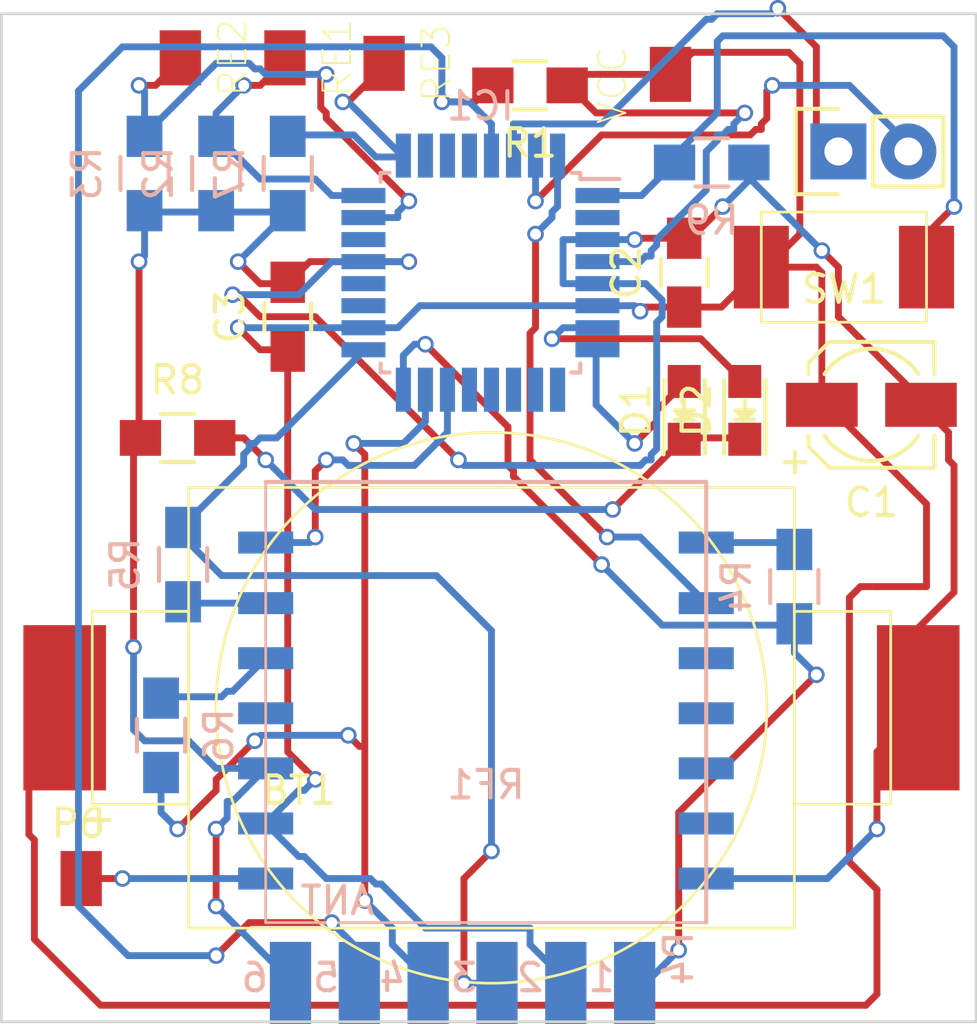
<source format=kicad_pcb>
(kicad_pcb (version 4) (host pcbnew 4.0.5+dfsg1-4~bpo8+1)

  (general
    (links 53)
    (no_connects 0)
    (area 162.2 122.6 197.8 160)
    (thickness 1.6)
    (drawings 5)
    (tracks 400)
    (zones 0)
    (modules 25)
    (nets 39)
  )

  (page A4)
  (layers
    (0 F.Cu signal)
    (31 B.Cu signal)
    (32 B.Adhes user)
    (33 F.Adhes user)
    (34 B.Paste user)
    (35 F.Paste user)
    (36 B.SilkS user)
    (37 F.SilkS user)
    (38 B.Mask user)
    (39 F.Mask user)
    (40 Dwgs.User user)
    (41 Cmts.User user)
    (42 Eco1.User user)
    (43 Eco2.User user)
    (44 Edge.Cuts user)
    (45 Margin user)
    (46 B.CrtYd user)
    (47 F.CrtYd user)
    (48 B.Fab user)
    (49 F.Fab user)
  )

  (setup
    (last_trace_width 0.25)
    (trace_clearance 0.2)
    (zone_clearance 0.508)
    (zone_45_only no)
    (trace_min 0.2)
    (segment_width 0.2)
    (edge_width 0.1)
    (via_size 0.6)
    (via_drill 0.4)
    (via_min_size 0.4)
    (via_min_drill 0.3)
    (uvia_size 0.3)
    (uvia_drill 0.1)
    (uvias_allowed no)
    (uvia_min_size 0.2)
    (uvia_min_drill 0.1)
    (pcb_text_width 0.3)
    (pcb_text_size 1.5 1.5)
    (mod_edge_width 0.15)
    (mod_text_size 1 1)
    (mod_text_width 0.15)
    (pad_size 1.5 1.5)
    (pad_drill 0.6)
    (pad_to_mask_clearance 0)
    (aux_axis_origin 0 0)
    (visible_elements FFFFFF7F)
    (pcbplotparams
      (layerselection 0x00030_80000001)
      (usegerberextensions false)
      (excludeedgelayer true)
      (linewidth 0.100000)
      (plotframeref false)
      (viasonmask false)
      (mode 1)
      (useauxorigin false)
      (hpglpennumber 1)
      (hpglpenspeed 20)
      (hpglpendiameter 15)
      (hpglpenoverlay 2)
      (psnegative false)
      (psa4output false)
      (plotreference true)
      (plotvalue true)
      (plotinvisibletext false)
      (padsonsilk false)
      (subtractmaskfromsilk false)
      (outputformat 1)
      (mirror false)
      (drillshape 1)
      (scaleselection 1)
      (outputdirectory ""))
  )

  (net 0 "")
  (net 1 VCC)
  (net 2 GND)
  (net 3 "Net-(D1-Pad2)")
  (net 4 "Net-(D1-Pad1)")
  (net 5 "Net-(D2-Pad2)")
  (net 6 "Net-(IC1-Pad1)")
  (net 7 "Net-(IC1-Pad2)")
  (net 8 "Net-(IC1-Pad9)")
  (net 9 "Net-(IC1-Pad10)")
  (net 10 "Net-(IC1-Pad11)")
  (net 11 "Net-(IC1-Pad12)")
  (net 12 "Net-(IC1-Pad13)")
  (net 13 /SS)
  (net 14 /MOSI)
  (net 15 /MISO)
  (net 16 /SCK)
  (net 17 "Net-(IC1-Pad19)")
  (net 18 "Net-(IC1-Pad20)")
  (net 19 "Net-(IC1-Pad22)")
  (net 20 "Net-(IC1-Pad23)")
  (net 21 "Net-(IC1-Pad24)")
  (net 22 "Net-(IC1-Pad25)")
  (net 23 "Net-(IC1-Pad26)")
  (net 24 "Net-(IC1-Pad27)")
  (net 25 "Net-(IC1-Pad28)")
  (net 26 "Net-(IC1-Pad29)")
  (net 27 "Net-(IC1-Pad30)")
  (net 28 "Net-(IC1-Pad31)")
  (net 29 "Net-(IC1-Pad32)")
  (net 30 "Net-(P6-Pad1)")
  (net 31 "Net-(R4-Pad1)")
  (net 32 "Net-(R5-Pad2)")
  (net 33 "Net-(R6-Pad2)")
  (net 34 "Net-(RF1-Pad13)")
  (net 35 "Net-(RF1-Pad12)")
  (net 36 "Net-(RF1-Pad11)")
  (net 37 "Net-(RF1-Pad10)")
  (net 38 "Net-(RF1-Pad4)")

  (net_class Default "This is the default net class."
    (clearance 0.2)
    (trace_width 0.25)
    (via_dia 0.6)
    (via_drill 0.4)
    (uvia_dia 0.3)
    (uvia_drill 0.1)
    (add_net /MISO)
    (add_net /MOSI)
    (add_net /SCK)
    (add_net /SS)
    (add_net GND)
    (add_net "Net-(D1-Pad1)")
    (add_net "Net-(D1-Pad2)")
    (add_net "Net-(D2-Pad2)")
    (add_net "Net-(IC1-Pad1)")
    (add_net "Net-(IC1-Pad10)")
    (add_net "Net-(IC1-Pad11)")
    (add_net "Net-(IC1-Pad12)")
    (add_net "Net-(IC1-Pad13)")
    (add_net "Net-(IC1-Pad19)")
    (add_net "Net-(IC1-Pad2)")
    (add_net "Net-(IC1-Pad20)")
    (add_net "Net-(IC1-Pad22)")
    (add_net "Net-(IC1-Pad23)")
    (add_net "Net-(IC1-Pad24)")
    (add_net "Net-(IC1-Pad25)")
    (add_net "Net-(IC1-Pad26)")
    (add_net "Net-(IC1-Pad27)")
    (add_net "Net-(IC1-Pad28)")
    (add_net "Net-(IC1-Pad29)")
    (add_net "Net-(IC1-Pad30)")
    (add_net "Net-(IC1-Pad31)")
    (add_net "Net-(IC1-Pad32)")
    (add_net "Net-(IC1-Pad9)")
    (add_net "Net-(P6-Pad1)")
    (add_net "Net-(R4-Pad1)")
    (add_net "Net-(R5-Pad2)")
    (add_net "Net-(R6-Pad2)")
    (add_net "Net-(RF1-Pad10)")
    (add_net "Net-(RF1-Pad11)")
    (add_net "Net-(RF1-Pad12)")
    (add_net "Net-(RF1-Pad13)")
    (add_net "Net-(RF1-Pad4)")
    (add_net VCC)
  )

  (module battery:CR2032 (layer F.Cu) (tedit 5BE0A151) (tstamp 5BF7F550)
    (at 175.2 149.4)
    (path /5B016578)
    (fp_text reference BT1 (at -2 2) (layer F.SilkS)
      (effects (font (size 1 1) (thickness 0.15)))
    )
    (fp_text value CR2032 (at 3 -7.25) (layer F.Fab)
      (effects (font (size 1 1) (thickness 0.15)))
    )
    (fp_circle (center 5 -1) (end 11 7) (layer F.SilkS) (width 0.1))
    (fp_line (start 16 2.5) (end 19.5 2.5) (layer F.SilkS) (width 0.1))
    (fp_line (start 19.5 2.5) (end 19.5 -4.5) (layer F.SilkS) (width 0.1))
    (fp_line (start 19.5 -4.5) (end 16 -4.5) (layer F.SilkS) (width 0.1))
    (fp_line (start -9.5 -4.5) (end -9.5 2) (layer F.SilkS) (width 0.1))
    (fp_line (start -9.5 2) (end -9.5 2.5) (layer F.SilkS) (width 0.1))
    (fp_line (start -9.5 2.5) (end -6 2.5) (layer F.SilkS) (width 0.1))
    (fp_line (start -6 2.5) (end -6 -4.5) (layer F.SilkS) (width 0.1))
    (fp_line (start -6 -4.5) (end -9.5 -4.5) (layer F.SilkS) (width 0.1))
    (fp_line (start -6 2.5) (end -7 2.5) (layer F.SilkS) (width 0.1))
    (fp_line (start -6 -4.5) (end -7 -4.5) (layer F.SilkS) (width 0.1))
    (fp_line (start 16 -9) (end 16 7) (layer F.SilkS) (width 0.1))
    (fp_line (start 16 7) (end -6 7) (layer F.SilkS) (width 0.1))
    (fp_line (start -6 7) (end -6 -9) (layer F.SilkS) (width 0.1))
    (fp_line (start -6 -9) (end 16 -9) (layer F.SilkS) (width 0.1))
    (fp_text user + (at -9.25 3) (layer F.SilkS)
      (effects (font (size 1 1) (thickness 0.15)))
    )
    (pad 1 smd rect (at -10.5 -1) (size 3 6) (layers F.Cu F.Paste F.Mask)
      (net 1 VCC))
    (pad 2 smd rect (at 20.5 -1) (size 3 6) (layers F.Cu F.Paste F.Mask)
      (net 2 GND))
  )

  (module Capacitors_SMD:c_elec_4x5.8 (layer F.Cu) (tedit 5BF7F513) (tstamp 5BF7F56C)
    (at 194 137.4)
    (descr "SMT capacitor, aluminium electrolytic, 4x5.8")
    (path /5B018A0C)
    (attr smd)
    (fp_text reference C1 (at 0 3.5433) (layer F.SilkS)
      (effects (font (size 1 1) (thickness 0.15)))
    )
    (fp_text value 10uF (at 0 -3.5433) (layer F.Fab) hide
      (effects (font (size 1 1) (thickness 0.15)))
    )
    (fp_text user + (at -1.1176 -0.0635) (layer F.Fab)
      (effects (font (size 1 1) (thickness 0.15)))
    )
    (fp_line (start 2.1336 2.1336) (end 2.1336 -2.1336) (layer F.Fab) (width 0.15))
    (fp_line (start -1.4605 2.1336) (end 2.1336 2.1336) (layer F.Fab) (width 0.15))
    (fp_line (start -2.1336 1.4605) (end -1.4605 2.1336) (layer F.Fab) (width 0.15))
    (fp_line (start -2.1336 -1.4605) (end -2.1336 1.4605) (layer F.Fab) (width 0.15))
    (fp_line (start -1.4605 -2.1336) (end -2.1336 -1.4605) (layer F.Fab) (width 0.15))
    (fp_line (start 2.1336 -2.1336) (end -1.4605 -2.1336) (layer F.Fab) (width 0.15))
    (fp_arc (start 0 0) (end 1.7018 1.1176) (angle 113.5052292) (layer F.SilkS) (width 0.15))
    (fp_arc (start 0 0) (end -1.7018 -1.1176) (angle 113.4128735) (layer F.SilkS) (width 0.15))
    (fp_line (start -2.286 1.524) (end -2.286 1.1176) (layer F.SilkS) (width 0.15))
    (fp_line (start 2.286 2.286) (end 2.286 1.1176) (layer F.SilkS) (width 0.15))
    (fp_line (start 2.286 -2.286) (end 2.286 -1.1176) (layer F.SilkS) (width 0.15))
    (fp_line (start -2.286 -1.524) (end -2.286 -1.1176) (layer F.SilkS) (width 0.15))
    (fp_text user + (at -2.7813 2.0066) (layer F.SilkS)
      (effects (font (size 1 1) (thickness 0.15)))
    )
    (fp_line (start 3.35 -2.65) (end -3.35 -2.65) (layer F.CrtYd) (width 0.05))
    (fp_line (start -3.35 -2.65) (end -3.35 2.65) (layer F.CrtYd) (width 0.05))
    (fp_line (start -3.35 2.65) (end 3.35 2.65) (layer F.CrtYd) (width 0.05))
    (fp_line (start 3.35 2.65) (end 3.35 -2.65) (layer F.CrtYd) (width 0.05))
    (fp_line (start -1.524 2.286) (end 2.286 2.286) (layer F.SilkS) (width 0.15))
    (fp_line (start -1.524 2.286) (end -2.286 1.524) (layer F.SilkS) (width 0.15))
    (fp_line (start -1.524 -2.286) (end 2.286 -2.286) (layer F.SilkS) (width 0.15))
    (fp_line (start -1.524 -2.286) (end -2.286 -1.524) (layer F.SilkS) (width 0.15))
    (pad 1 smd rect (at -1.8 0 180) (size 2.6 1.6) (layers F.Cu F.Paste F.Mask)
      (net 1 VCC))
    (pad 2 smd rect (at 1.8 0 180) (size 2.6 1.6) (layers F.Cu F.Paste F.Mask)
      (net 2 GND))
    (model Capacitors_SMD.3dshapes/c_elec_4x5.8.wrl
      (at (xyz 0 0 0))
      (scale (xyz 1 1 1))
      (rotate (xyz 0 0 180))
    )
  )

  (module Capacitors_SMD:C_0805_HandSoldering (layer F.Cu) (tedit 5BF7F76F) (tstamp 5BF7F57C)
    (at 187.2 132.6 90)
    (descr "Capacitor SMD 0805, hand soldering")
    (tags "capacitor 0805")
    (path /5B13F6B2)
    (attr smd)
    (fp_text reference C2 (at 0 -2.1 90) (layer F.SilkS)
      (effects (font (size 1 1) (thickness 0.15)))
    )
    (fp_text value 100nf (at 0 2.1 90) (layer F.Fab) hide
      (effects (font (size 1 1) (thickness 0.15)))
    )
    (fp_line (start -1 0.625) (end -1 -0.625) (layer F.Fab) (width 0.15))
    (fp_line (start 1 0.625) (end -1 0.625) (layer F.Fab) (width 0.15))
    (fp_line (start 1 -0.625) (end 1 0.625) (layer F.Fab) (width 0.15))
    (fp_line (start -1 -0.625) (end 1 -0.625) (layer F.Fab) (width 0.15))
    (fp_line (start -2.3 -1) (end 2.3 -1) (layer F.CrtYd) (width 0.05))
    (fp_line (start -2.3 1) (end 2.3 1) (layer F.CrtYd) (width 0.05))
    (fp_line (start -2.3 -1) (end -2.3 1) (layer F.CrtYd) (width 0.05))
    (fp_line (start 2.3 -1) (end 2.3 1) (layer F.CrtYd) (width 0.05))
    (fp_line (start 0.5 -0.85) (end -0.5 -0.85) (layer F.SilkS) (width 0.15))
    (fp_line (start -0.5 0.85) (end 0.5 0.85) (layer F.SilkS) (width 0.15))
    (pad 1 smd rect (at -1.25 0 90) (size 1.5 1.25) (layers F.Cu F.Paste F.Mask)
      (net 1 VCC))
    (pad 2 smd rect (at 1.25 0 90) (size 1.5 1.25) (layers F.Cu F.Paste F.Mask)
      (net 2 GND))
    (model Capacitors_SMD.3dshapes/C_0805_HandSoldering.wrl
      (at (xyz 0 0 0))
      (scale (xyz 1 1 1))
      (rotate (xyz 0 0 0))
    )
  )

  (module Capacitors_SMD:C_0805_HandSoldering (layer F.Cu) (tedit 5BF7F769) (tstamp 5BF7F58C)
    (at 172.8 134.2 90)
    (descr "Capacitor SMD 0805, hand soldering")
    (tags "capacitor 0805")
    (path /5B016625)
    (attr smd)
    (fp_text reference C3 (at 0 -2.1 90) (layer F.SilkS)
      (effects (font (size 1 1) (thickness 0.15)))
    )
    (fp_text value 100nf (at 0 2.1 90) (layer F.Fab) hide
      (effects (font (size 1 1) (thickness 0.15)))
    )
    (fp_line (start -1 0.625) (end -1 -0.625) (layer F.Fab) (width 0.15))
    (fp_line (start 1 0.625) (end -1 0.625) (layer F.Fab) (width 0.15))
    (fp_line (start 1 -0.625) (end 1 0.625) (layer F.Fab) (width 0.15))
    (fp_line (start -1 -0.625) (end 1 -0.625) (layer F.Fab) (width 0.15))
    (fp_line (start -2.3 -1) (end 2.3 -1) (layer F.CrtYd) (width 0.05))
    (fp_line (start -2.3 1) (end 2.3 1) (layer F.CrtYd) (width 0.05))
    (fp_line (start -2.3 -1) (end -2.3 1) (layer F.CrtYd) (width 0.05))
    (fp_line (start 2.3 -1) (end 2.3 1) (layer F.CrtYd) (width 0.05))
    (fp_line (start 0.5 -0.85) (end -0.5 -0.85) (layer F.SilkS) (width 0.15))
    (fp_line (start -0.5 0.85) (end 0.5 0.85) (layer F.SilkS) (width 0.15))
    (pad 1 smd rect (at -1.25 0 90) (size 1.5 1.25) (layers F.Cu F.Paste F.Mask)
      (net 1 VCC))
    (pad 2 smd rect (at 1.25 0 90) (size 1.5 1.25) (layers F.Cu F.Paste F.Mask)
      (net 2 GND))
    (model Capacitors_SMD.3dshapes/C_0805_HandSoldering.wrl
      (at (xyz 0 0 0))
      (scale (xyz 1 1 1))
      (rotate (xyz 0 0 0))
    )
  )

  (module LEDs:LED_0805 (layer F.Cu) (tedit 5BF7F786) (tstamp 5BF7F5A7)
    (at 187.2 137.6 90)
    (descr "LED 0805 smd package")
    (tags "LED 0805 SMD")
    (path /5B8932F8)
    (attr smd)
    (fp_text reference D1 (at 0 -1.75 90) (layer F.SilkS)
      (effects (font (size 1 1) (thickness 0.15)))
    )
    (fp_text value RE2 (at 0 1.75 90) (layer F.Fab) hide
      (effects (font (size 1 1) (thickness 0.15)))
    )
    (fp_line (start -0.4 -0.3) (end -0.4 0.3) (layer F.Fab) (width 0.15))
    (fp_line (start -0.3 0) (end 0 -0.3) (layer F.Fab) (width 0.15))
    (fp_line (start 0 0.3) (end -0.3 0) (layer F.Fab) (width 0.15))
    (fp_line (start 0 -0.3) (end 0 0.3) (layer F.Fab) (width 0.15))
    (fp_line (start 1 -0.6) (end -1 -0.6) (layer F.Fab) (width 0.15))
    (fp_line (start 1 0.6) (end 1 -0.6) (layer F.Fab) (width 0.15))
    (fp_line (start -1 0.6) (end 1 0.6) (layer F.Fab) (width 0.15))
    (fp_line (start -1 -0.6) (end -1 0.6) (layer F.Fab) (width 0.15))
    (fp_line (start -1.6 0.75) (end 1.1 0.75) (layer F.SilkS) (width 0.15))
    (fp_line (start -1.6 -0.75) (end 1.1 -0.75) (layer F.SilkS) (width 0.15))
    (fp_line (start -0.1 0.15) (end -0.1 -0.1) (layer F.SilkS) (width 0.15))
    (fp_line (start -0.1 -0.1) (end -0.25 0.05) (layer F.SilkS) (width 0.15))
    (fp_line (start -0.35 -0.35) (end -0.35 0.35) (layer F.SilkS) (width 0.15))
    (fp_line (start 0 0) (end 0.35 0) (layer F.SilkS) (width 0.15))
    (fp_line (start -0.35 0) (end 0 -0.35) (layer F.SilkS) (width 0.15))
    (fp_line (start 0 -0.35) (end 0 0.35) (layer F.SilkS) (width 0.15))
    (fp_line (start 0 0.35) (end -0.35 0) (layer F.SilkS) (width 0.15))
    (fp_line (start 1.9 -0.95) (end 1.9 0.95) (layer F.CrtYd) (width 0.05))
    (fp_line (start 1.9 0.95) (end -1.9 0.95) (layer F.CrtYd) (width 0.05))
    (fp_line (start -1.9 0.95) (end -1.9 -0.95) (layer F.CrtYd) (width 0.05))
    (fp_line (start -1.9 -0.95) (end 1.9 -0.95) (layer F.CrtYd) (width 0.05))
    (pad 2 smd rect (at 1.04902 0 270) (size 1.19888 1.19888) (layers F.Cu F.Paste F.Mask)
      (net 3 "Net-(D1-Pad2)"))
    (pad 1 smd rect (at -1.04902 0 270) (size 1.19888 1.19888) (layers F.Cu F.Paste F.Mask)
      (net 4 "Net-(D1-Pad1)"))
    (model LEDs.3dshapes/LED_0805.wrl
      (at (xyz 0 0 0))
      (scale (xyz 1 1 1))
      (rotate (xyz 0 0 0))
    )
  )

  (module LEDs:LED_0805 (layer F.Cu) (tedit 5BF7F781) (tstamp 5BF7F5C2)
    (at 189.4 137.6 90)
    (descr "LED 0805 smd package")
    (tags "LED 0805 SMD")
    (path /5B892EF0)
    (attr smd)
    (fp_text reference D2 (at 0 -1.75 90) (layer F.SilkS)
      (effects (font (size 1 1) (thickness 0.15)))
    )
    (fp_text value RE1 (at 0 1.75 90) (layer F.Fab) hide
      (effects (font (size 1 1) (thickness 0.15)))
    )
    (fp_line (start -0.4 -0.3) (end -0.4 0.3) (layer F.Fab) (width 0.15))
    (fp_line (start -0.3 0) (end 0 -0.3) (layer F.Fab) (width 0.15))
    (fp_line (start 0 0.3) (end -0.3 0) (layer F.Fab) (width 0.15))
    (fp_line (start 0 -0.3) (end 0 0.3) (layer F.Fab) (width 0.15))
    (fp_line (start 1 -0.6) (end -1 -0.6) (layer F.Fab) (width 0.15))
    (fp_line (start 1 0.6) (end 1 -0.6) (layer F.Fab) (width 0.15))
    (fp_line (start -1 0.6) (end 1 0.6) (layer F.Fab) (width 0.15))
    (fp_line (start -1 -0.6) (end -1 0.6) (layer F.Fab) (width 0.15))
    (fp_line (start -1.6 0.75) (end 1.1 0.75) (layer F.SilkS) (width 0.15))
    (fp_line (start -1.6 -0.75) (end 1.1 -0.75) (layer F.SilkS) (width 0.15))
    (fp_line (start -0.1 0.15) (end -0.1 -0.1) (layer F.SilkS) (width 0.15))
    (fp_line (start -0.1 -0.1) (end -0.25 0.05) (layer F.SilkS) (width 0.15))
    (fp_line (start -0.35 -0.35) (end -0.35 0.35) (layer F.SilkS) (width 0.15))
    (fp_line (start 0 0) (end 0.35 0) (layer F.SilkS) (width 0.15))
    (fp_line (start -0.35 0) (end 0 -0.35) (layer F.SilkS) (width 0.15))
    (fp_line (start 0 -0.35) (end 0 0.35) (layer F.SilkS) (width 0.15))
    (fp_line (start 0 0.35) (end -0.35 0) (layer F.SilkS) (width 0.15))
    (fp_line (start 1.9 -0.95) (end 1.9 0.95) (layer F.CrtYd) (width 0.05))
    (fp_line (start 1.9 0.95) (end -1.9 0.95) (layer F.CrtYd) (width 0.05))
    (fp_line (start -1.9 0.95) (end -1.9 -0.95) (layer F.CrtYd) (width 0.05))
    (fp_line (start -1.9 -0.95) (end 1.9 -0.95) (layer F.CrtYd) (width 0.05))
    (pad 2 smd rect (at 1.04902 0 270) (size 1.19888 1.19888) (layers F.Cu F.Paste F.Mask)
      (net 5 "Net-(D2-Pad2)"))
    (pad 1 smd rect (at -1.04902 0 270) (size 1.19888 1.19888) (layers F.Cu F.Paste F.Mask)
      (net 4 "Net-(D1-Pad1)"))
    (model LEDs.3dshapes/LED_0805.wrl
      (at (xyz 0 0 0))
      (scale (xyz 1 1 1))
      (rotate (xyz 0 0 0))
    )
  )

  (module Housings_QFP:TQFP-32_7x7mm_Pitch0.8mm (layer B.Cu) (tedit 5BF7F43F) (tstamp 5BF7F5F9)
    (at 179.8 132.6 180)
    (descr "32-Lead Plastic Thin Quad Flatpack (PT) - 7x7x1.0 mm Body, 2.00 mm [TQFP] (see Microchip Packaging Specification 00000049BS.pdf)")
    (tags "QFP 0.8")
    (path /5B0ACB62)
    (attr smd)
    (fp_text reference IC1 (at 0 6.05 180) (layer B.SilkS)
      (effects (font (size 1 1) (thickness 0.15)) (justify mirror))
    )
    (fp_text value ATMEGA328P-A (at 0 -6.05 180) (layer B.Fab)
      (effects (font (size 1 1) (thickness 0.15)) (justify mirror))
    )
    (fp_text user %R (at -0.4 1 180) (layer B.Fab)
      (effects (font (size 1 1) (thickness 0.15)) (justify mirror))
    )
    (fp_line (start -2.5 3.5) (end 3.5 3.5) (layer B.Fab) (width 0.15))
    (fp_line (start 3.5 3.5) (end 3.5 -3.5) (layer B.Fab) (width 0.15))
    (fp_line (start 3.5 -3.5) (end -3.5 -3.5) (layer B.Fab) (width 0.15))
    (fp_line (start -3.5 -3.5) (end -3.5 2.5) (layer B.Fab) (width 0.15))
    (fp_line (start -3.5 2.5) (end -2.5 3.5) (layer B.Fab) (width 0.15))
    (fp_line (start -5.3 5.3) (end -5.3 -5.3) (layer B.CrtYd) (width 0.05))
    (fp_line (start 5.3 5.3) (end 5.3 -5.3) (layer B.CrtYd) (width 0.05))
    (fp_line (start -5.3 5.3) (end 5.3 5.3) (layer B.CrtYd) (width 0.05))
    (fp_line (start -5.3 -5.3) (end 5.3 -5.3) (layer B.CrtYd) (width 0.05))
    (fp_line (start -3.625 3.625) (end -3.625 3.4) (layer B.SilkS) (width 0.15))
    (fp_line (start 3.625 3.625) (end 3.625 3.3) (layer B.SilkS) (width 0.15))
    (fp_line (start 3.625 -3.625) (end 3.625 -3.3) (layer B.SilkS) (width 0.15))
    (fp_line (start -3.625 -3.625) (end -3.625 -3.3) (layer B.SilkS) (width 0.15))
    (fp_line (start -3.625 3.625) (end -3.3 3.625) (layer B.SilkS) (width 0.15))
    (fp_line (start -3.625 -3.625) (end -3.3 -3.625) (layer B.SilkS) (width 0.15))
    (fp_line (start 3.625 -3.625) (end 3.3 -3.625) (layer B.SilkS) (width 0.15))
    (fp_line (start 3.625 3.625) (end 3.3 3.625) (layer B.SilkS) (width 0.15))
    (fp_line (start -3.625 3.4) (end -5.05 3.4) (layer B.SilkS) (width 0.15))
    (pad 1 smd rect (at -4.25 2.8 180) (size 1.6 0.55) (layers B.Cu B.Paste B.Mask)
      (net 6 "Net-(IC1-Pad1)"))
    (pad 2 smd rect (at -4.25 2 180) (size 1.6 0.55) (layers B.Cu B.Paste B.Mask)
      (net 7 "Net-(IC1-Pad2)"))
    (pad 3 smd rect (at -4.25 1.2 180) (size 1.6 0.55) (layers B.Cu B.Paste B.Mask)
      (net 2 GND))
    (pad 4 smd rect (at -4.25 0.4 180) (size 1.6 0.55) (layers B.Cu B.Paste B.Mask)
      (net 1 VCC))
    (pad 5 smd rect (at -4.25 -0.4 180) (size 1.6 0.55) (layers B.Cu B.Paste B.Mask)
      (net 2 GND))
    (pad 6 smd rect (at -4.25 -1.2 180) (size 1.6 0.55) (layers B.Cu B.Paste B.Mask)
      (net 1 VCC))
    (pad 7 smd rect (at -4.25 -2 180) (size 1.6 0.55) (layers B.Cu B.Paste B.Mask)
      (net 5 "Net-(D2-Pad2)"))
    (pad 8 smd rect (at -4.25 -2.8 180) (size 1.6 0.55) (layers B.Cu B.Paste B.Mask)
      (net 3 "Net-(D1-Pad2)"))
    (pad 9 smd rect (at -2.8 -4.25 90) (size 1.6 0.55) (layers B.Cu B.Paste B.Mask)
      (net 8 "Net-(IC1-Pad9)"))
    (pad 10 smd rect (at -2 -4.25 90) (size 1.6 0.55) (layers B.Cu B.Paste B.Mask)
      (net 9 "Net-(IC1-Pad10)"))
    (pad 11 smd rect (at -1.2 -4.25 90) (size 1.6 0.55) (layers B.Cu B.Paste B.Mask)
      (net 10 "Net-(IC1-Pad11)"))
    (pad 12 smd rect (at -0.4 -4.25 90) (size 1.6 0.55) (layers B.Cu B.Paste B.Mask)
      (net 11 "Net-(IC1-Pad12)"))
    (pad 13 smd rect (at 0.4 -4.25 90) (size 1.6 0.55) (layers B.Cu B.Paste B.Mask)
      (net 12 "Net-(IC1-Pad13)"))
    (pad 14 smd rect (at 1.2 -4.25 90) (size 1.6 0.55) (layers B.Cu B.Paste B.Mask)
      (net 13 /SS))
    (pad 15 smd rect (at 2 -4.25 90) (size 1.6 0.55) (layers B.Cu B.Paste B.Mask)
      (net 14 /MOSI))
    (pad 16 smd rect (at 2.8 -4.25 90) (size 1.6 0.55) (layers B.Cu B.Paste B.Mask)
      (net 15 /MISO))
    (pad 17 smd rect (at 4.25 -2.8 180) (size 1.6 0.55) (layers B.Cu B.Paste B.Mask)
      (net 16 /SCK))
    (pad 18 smd rect (at 4.25 -2 180) (size 1.6 0.55) (layers B.Cu B.Paste B.Mask)
      (net 1 VCC))
    (pad 19 smd rect (at 4.25 -1.2 180) (size 1.6 0.55) (layers B.Cu B.Paste B.Mask)
      (net 17 "Net-(IC1-Pad19)"))
    (pad 20 smd rect (at 4.25 -0.4 180) (size 1.6 0.55) (layers B.Cu B.Paste B.Mask)
      (net 18 "Net-(IC1-Pad20)"))
    (pad 21 smd rect (at 4.25 0.4 180) (size 1.6 0.55) (layers B.Cu B.Paste B.Mask)
      (net 2 GND))
    (pad 22 smd rect (at 4.25 1.2 180) (size 1.6 0.55) (layers B.Cu B.Paste B.Mask)
      (net 19 "Net-(IC1-Pad22)"))
    (pad 23 smd rect (at 4.25 2 180) (size 1.6 0.55) (layers B.Cu B.Paste B.Mask)
      (net 20 "Net-(IC1-Pad23)"))
    (pad 24 smd rect (at 4.25 2.8 180) (size 1.6 0.55) (layers B.Cu B.Paste B.Mask)
      (net 21 "Net-(IC1-Pad24)"))
    (pad 25 smd rect (at 2.8 4.25 90) (size 1.6 0.55) (layers B.Cu B.Paste B.Mask)
      (net 22 "Net-(IC1-Pad25)"))
    (pad 26 smd rect (at 2 4.25 90) (size 1.6 0.55) (layers B.Cu B.Paste B.Mask)
      (net 23 "Net-(IC1-Pad26)"))
    (pad 27 smd rect (at 1.2 4.25 90) (size 1.6 0.55) (layers B.Cu B.Paste B.Mask)
      (net 24 "Net-(IC1-Pad27)"))
    (pad 28 smd rect (at 0.4 4.25 90) (size 1.6 0.55) (layers B.Cu B.Paste B.Mask)
      (net 25 "Net-(IC1-Pad28)"))
    (pad 29 smd rect (at -0.4 4.25 90) (size 1.6 0.55) (layers B.Cu B.Paste B.Mask)
      (net 26 "Net-(IC1-Pad29)"))
    (pad 30 smd rect (at -1.2 4.25 90) (size 1.6 0.55) (layers B.Cu B.Paste B.Mask)
      (net 27 "Net-(IC1-Pad30)"))
    (pad 31 smd rect (at -2 4.25 90) (size 1.6 0.55) (layers B.Cu B.Paste B.Mask)
      (net 28 "Net-(IC1-Pad31)"))
    (pad 32 smd rect (at -2.8 4.25 90) (size 1.6 0.55) (layers B.Cu B.Paste B.Mask)
      (net 29 "Net-(IC1-Pad32)"))
    (model Housings_QFP.3dshapes/TQFP-32_7x7mm_Pitch0.8mm.wrl
      (at (xyz 0 0 0))
      (scale (xyz 1 1 1))
      (rotate (xyz 0 0 0))
    )
  )

  (module wirepad:Wire_SMD_Pad_1PIN (layer F.Cu) (tedit 5BF7F4F7) (tstamp 5BF7F5FE)
    (at 185.6 123.8)
    (path /5B197CCB)
    (fp_text reference P1 (at 0 0.5) (layer F.SilkS) hide
      (effects (font (size 1 1) (thickness 0.15)))
    )
    (fp_text value VCC (at -1 2 90) (layer F.SilkS)
      (effects (font (size 1 1) (thickness 0.07)))
    )
    (pad 1 smd rect (at 1.1 1.6) (size 1.5 2) (layers F.Cu F.Paste F.Mask)
      (net 1 VCC))
  )

  (module Pin_Headers:Pin_Header_Straight_1x02 (layer F.Cu) (tedit 5BF7F54F) (tstamp 5BF7F60F)
    (at 192.8 128.2 90)
    (descr "Through hole pin header")
    (tags "pin header")
    (path /5B19964F)
    (fp_text reference P2 (at 0 -5.1 90) (layer F.SilkS) hide
      (effects (font (size 1 1) (thickness 0.15)))
    )
    (fp_text value TX/RX (at 0 -3.1 90) (layer F.Fab) hide
      (effects (font (size 1 1) (thickness 0.15)))
    )
    (fp_line (start 1.27 1.27) (end 1.27 3.81) (layer F.SilkS) (width 0.15))
    (fp_line (start 1.55 -1.55) (end 1.55 0) (layer F.SilkS) (width 0.15))
    (fp_line (start -1.75 -1.75) (end -1.75 4.3) (layer F.CrtYd) (width 0.05))
    (fp_line (start 1.75 -1.75) (end 1.75 4.3) (layer F.CrtYd) (width 0.05))
    (fp_line (start -1.75 -1.75) (end 1.75 -1.75) (layer F.CrtYd) (width 0.05))
    (fp_line (start -1.75 4.3) (end 1.75 4.3) (layer F.CrtYd) (width 0.05))
    (fp_line (start 1.27 1.27) (end -1.27 1.27) (layer F.SilkS) (width 0.15))
    (fp_line (start -1.55 0) (end -1.55 -1.55) (layer F.SilkS) (width 0.15))
    (fp_line (start -1.55 -1.55) (end 1.55 -1.55) (layer F.SilkS) (width 0.15))
    (fp_line (start -1.27 1.27) (end -1.27 3.81) (layer F.SilkS) (width 0.15))
    (fp_line (start -1.27 3.81) (end 1.27 3.81) (layer F.SilkS) (width 0.15))
    (pad 1 thru_hole rect (at 0 0 90) (size 2.032 2.032) (drill 1.016) (layers *.Cu *.Mask)
      (net 27 "Net-(IC1-Pad30)"))
    (pad 2 thru_hole oval (at 0 2.54 90) (size 2.032 2.032) (drill 1.016) (layers *.Cu *.Mask)
      (net 28 "Net-(IC1-Pad31)"))
    (model Pin_Headers.3dshapes/Pin_Header_Straight_1x02.wrl
      (at (xyz 0 -0.05 0))
      (scale (xyz 1 1 1))
      (rotate (xyz 0 0 90))
    )
  )

  (module wirepad:Wire_SMD_Pad_1PIN (layer F.Cu) (tedit 5BF7F88A) (tstamp 5BF7F614)
    (at 171.6 123.2)
    (path /5B197C31)
    (fp_text reference P3 (at 0 0.5) (layer F.SilkS) hide
      (effects (font (size 1 1) (thickness 0.15)))
    )
    (fp_text value RE1 (at 3 1.6 90) (layer F.SilkS)
      (effects (font (size 1 1) (thickness 0.07)))
    )
    (pad 1 smd rect (at 1.1 1.6) (size 1.5 2) (layers F.Cu F.Paste F.Mask)
      (net 21 "Net-(IC1-Pad24)"))
  )

  (module isp:SMD (layer B.Cu) (tedit 5B196ADB) (tstamp 5BF7F626)
    (at 189.4 155.4 180)
    (descr "SMT pin header")
    (tags "SMT pin header")
    (path /5B19650E)
    (attr smd)
    (fp_text reference P4 (at 2.4 -2.1 450) (layer B.SilkS)
      (effects (font (size 1 1) (thickness 0.15)) (justify mirror))
    )
    (fp_text value ISP (at 12.5 0.9 180) (layer B.Fab)
      (effects (font (size 1 1) (thickness 0.15)) (justify mirror))
    )
    (fp_line (start 11.8 -1.3) (end 17.3 -1.3) (layer B.CrtYd) (width 0.05))
    (fp_text user 6 (at 17.8 -2.8 180) (layer B.SilkS)
      (effects (font (size 1 1) (thickness 0.15)) (justify mirror))
    )
    (fp_text user 5 (at 15.2 -2.8 180) (layer B.SilkS)
      (effects (font (size 1 1) (thickness 0.15)) (justify mirror))
    )
    (fp_text user 4 (at 12.8 -2.8 180) (layer B.SilkS)
      (effects (font (size 1 1) (thickness 0.15)) (justify mirror))
    )
    (fp_text user 3 (at 10.2 -2.8 180) (layer B.SilkS)
      (effects (font (size 1 1) (thickness 0.15)) (justify mirror))
    )
    (fp_text user 2 (at 7.8 -2.8 180) (layer B.SilkS)
      (effects (font (size 1 1) (thickness 0.15)) (justify mirror))
    )
    (fp_text user 1 (at 5.2 -2.8 180) (layer B.SilkS)
      (effects (font (size 1 1) (thickness 0.15)) (justify mirror))
    )
    (fp_line (start 3.15 -1.3) (end 11.85 -1.3) (layer B.CrtYd) (width 0.05))
    (pad 6 smd rect (at 16.5 -3 180) (size 1.5 3) (layers B.Cu B.Paste B.Mask)
      (net 2 GND))
    (pad 5 smd rect (at 14 -3 180) (size 1.5 3) (layers B.Cu B.Paste B.Mask)
      (net 26 "Net-(IC1-Pad29)"))
    (pad 4 smd rect (at 11.5 -3 180) (size 1.5 3) (layers B.Cu B.Paste B.Mask)
      (net 14 /MOSI))
    (pad 3 smd rect (at 9 -3 180) (size 1.5 3) (layers B.Cu B.Paste B.Mask)
      (net 16 /SCK))
    (pad 2 smd rect (at 6.5 -3 180) (size 1.5 3) (layers B.Cu B.Paste B.Mask)
      (net 1 VCC))
    (pad 1 smd rect (at 4 -3 180) (size 1.5 3) (layers B.Cu B.Paste B.Mask)
      (net 15 /MISO))
    (model Pin_Headers.3dshapes/Pin_Header_Straight_SMT_02x03.wrl
      (at (xyz 0 0 0))
      (scale (xyz 1 1 1))
      (rotate (xyz 0 0 0))
    )
  )

  (module wirepad:Wire_SMD_Pad_1PIN (layer F.Cu) (tedit 5BF7F896) (tstamp 5BF7F62B)
    (at 167.8 123.2)
    (path /5B197BA2)
    (fp_text reference P5 (at 0 0.5) (layer F.SilkS) hide
      (effects (font (size 1 1) (thickness 0.15)))
    )
    (fp_text value RE2 (at 3 1.6 90) (layer F.SilkS)
      (effects (font (size 1 1) (thickness 0.07)))
    )
    (pad 1 smd rect (at 1.1 1.6) (size 1.5 2) (layers F.Cu F.Paste F.Mask)
      (net 20 "Net-(IC1-Pad23)"))
  )

  (module wirepad:Wire_SMD_Pad_1PIN (layer F.Cu) (tedit 5BF7F47E) (tstamp 5BF7F630)
    (at 164.2 153)
    (path /5B140A1B)
    (fp_text reference P6 (at 1 -0.4) (layer F.SilkS)
      (effects (font (size 1 1) (thickness 0.15)))
    )
    (fp_text value AN (at 0 -0.5) (layer F.Fab) hide
      (effects (font (size 1 1) (thickness 0.07)))
    )
    (pad 1 smd rect (at 1.1 1.6) (size 1.5 2) (layers F.Cu F.Paste F.Mask)
      (net 30 "Net-(P6-Pad1)"))
  )

  (module wirepad:Wire_SMD_Pad_1PIN (layer F.Cu) (tedit 5BF7F888) (tstamp 5BF7F635)
    (at 175.2 123.4)
    (path /5B91A4BB)
    (fp_text reference P7 (at 0 0.5) (layer F.SilkS) hide
      (effects (font (size 1 1) (thickness 0.15)))
    )
    (fp_text value RE3 (at 3 1.6 90) (layer F.SilkS)
      (effects (font (size 1 1) (thickness 0.07)))
    )
    (pad 1 smd rect (at 1.1 1.6) (size 1.5 2) (layers F.Cu F.Paste F.Mask)
      (net 22 "Net-(IC1-Pad25)"))
  )

  (module Resistors_SMD:R_0805_HandSoldering (layer F.Cu) (tedit 5BF7F779) (tstamp 5BF7F645)
    (at 181.6 125.8 180)
    (descr "Resistor SMD 0805, hand soldering")
    (tags "resistor 0805")
    (path /5B0166FD)
    (attr smd)
    (fp_text reference R1 (at 0 -2.1 180) (layer F.SilkS)
      (effects (font (size 1 1) (thickness 0.15)))
    )
    (fp_text value 10k (at 0 2.1 180) (layer F.Fab) hide
      (effects (font (size 1 1) (thickness 0.15)))
    )
    (fp_line (start -1 0.625) (end -1 -0.625) (layer F.Fab) (width 0.1))
    (fp_line (start 1 0.625) (end -1 0.625) (layer F.Fab) (width 0.1))
    (fp_line (start 1 -0.625) (end 1 0.625) (layer F.Fab) (width 0.1))
    (fp_line (start -1 -0.625) (end 1 -0.625) (layer F.Fab) (width 0.1))
    (fp_line (start -2.4 -1) (end 2.4 -1) (layer F.CrtYd) (width 0.05))
    (fp_line (start -2.4 1) (end 2.4 1) (layer F.CrtYd) (width 0.05))
    (fp_line (start -2.4 -1) (end -2.4 1) (layer F.CrtYd) (width 0.05))
    (fp_line (start 2.4 -1) (end 2.4 1) (layer F.CrtYd) (width 0.05))
    (fp_line (start 0.6 0.875) (end -0.6 0.875) (layer F.SilkS) (width 0.15))
    (fp_line (start -0.6 -0.875) (end 0.6 -0.875) (layer F.SilkS) (width 0.15))
    (pad 1 smd rect (at -1.35 0 180) (size 1.5 1.3) (layers F.Cu F.Paste F.Mask)
      (net 1 VCC))
    (pad 2 smd rect (at 1.35 0 180) (size 1.5 1.3) (layers F.Cu F.Paste F.Mask)
      (net 26 "Net-(IC1-Pad29)"))
    (model Resistors_SMD.3dshapes/R_0805_HandSoldering.wrl
      (at (xyz 0 0 0))
      (scale (xyz 1 1 1))
      (rotate (xyz 0 0 0))
    )
  )

  (module Resistors_SMD:R_0805_HandSoldering (layer B.Cu) (tedit 5BF7F774) (tstamp 5BF7F655)
    (at 170.2 129 270)
    (descr "Resistor SMD 0805, hand soldering")
    (tags "resistor 0805")
    (path /5B01665D)
    (attr smd)
    (fp_text reference R2 (at 0 2.1 270) (layer B.SilkS)
      (effects (font (size 1 1) (thickness 0.15)) (justify mirror))
    )
    (fp_text value 10M (at 0 -2.1 270) (layer B.Fab) hide
      (effects (font (size 1 1) (thickness 0.15)) (justify mirror))
    )
    (fp_line (start -1 -0.625) (end -1 0.625) (layer B.Fab) (width 0.1))
    (fp_line (start 1 -0.625) (end -1 -0.625) (layer B.Fab) (width 0.1))
    (fp_line (start 1 0.625) (end 1 -0.625) (layer B.Fab) (width 0.1))
    (fp_line (start -1 0.625) (end 1 0.625) (layer B.Fab) (width 0.1))
    (fp_line (start -2.4 1) (end 2.4 1) (layer B.CrtYd) (width 0.05))
    (fp_line (start -2.4 -1) (end 2.4 -1) (layer B.CrtYd) (width 0.05))
    (fp_line (start -2.4 1) (end -2.4 -1) (layer B.CrtYd) (width 0.05))
    (fp_line (start 2.4 1) (end 2.4 -1) (layer B.CrtYd) (width 0.05))
    (fp_line (start 0.6 -0.875) (end -0.6 -0.875) (layer B.SilkS) (width 0.15))
    (fp_line (start -0.6 0.875) (end 0.6 0.875) (layer B.SilkS) (width 0.15))
    (pad 1 smd rect (at -1.35 0 270) (size 1.5 1.3) (layers B.Cu B.Paste B.Mask)
      (net 21 "Net-(IC1-Pad24)"))
    (pad 2 smd rect (at 1.35 0 270) (size 1.5 1.3) (layers B.Cu B.Paste B.Mask)
      (net 2 GND))
    (model Resistors_SMD.3dshapes/R_0805_HandSoldering.wrl
      (at (xyz 0 0 0))
      (scale (xyz 1 1 1))
      (rotate (xyz 0 0 0))
    )
  )

  (module Resistors_SMD:R_0805_HandSoldering (layer B.Cu) (tedit 5BF7F790) (tstamp 5BF7F665)
    (at 167.6 129 270)
    (descr "Resistor SMD 0805, hand soldering")
    (tags "resistor 0805")
    (path /5B1981B6)
    (attr smd)
    (fp_text reference R3 (at 0 2.1 270) (layer B.SilkS)
      (effects (font (size 1 1) (thickness 0.15)) (justify mirror))
    )
    (fp_text value 10M (at 0 -2.1 270) (layer B.Fab) hide
      (effects (font (size 1 1) (thickness 0.15)) (justify mirror))
    )
    (fp_line (start -1 -0.625) (end -1 0.625) (layer B.Fab) (width 0.1))
    (fp_line (start 1 -0.625) (end -1 -0.625) (layer B.Fab) (width 0.1))
    (fp_line (start 1 0.625) (end 1 -0.625) (layer B.Fab) (width 0.1))
    (fp_line (start -1 0.625) (end 1 0.625) (layer B.Fab) (width 0.1))
    (fp_line (start -2.4 1) (end 2.4 1) (layer B.CrtYd) (width 0.05))
    (fp_line (start -2.4 -1) (end 2.4 -1) (layer B.CrtYd) (width 0.05))
    (fp_line (start -2.4 1) (end -2.4 -1) (layer B.CrtYd) (width 0.05))
    (fp_line (start 2.4 1) (end 2.4 -1) (layer B.CrtYd) (width 0.05))
    (fp_line (start 0.6 -0.875) (end -0.6 -0.875) (layer B.SilkS) (width 0.15))
    (fp_line (start -0.6 0.875) (end 0.6 0.875) (layer B.SilkS) (width 0.15))
    (pad 1 smd rect (at -1.35 0 270) (size 1.5 1.3) (layers B.Cu B.Paste B.Mask)
      (net 20 "Net-(IC1-Pad23)"))
    (pad 2 smd rect (at 1.35 0 270) (size 1.5 1.3) (layers B.Cu B.Paste B.Mask)
      (net 2 GND))
    (model Resistors_SMD.3dshapes/R_0805_HandSoldering.wrl
      (at (xyz 0 0 0))
      (scale (xyz 1 1 1))
      (rotate (xyz 0 0 0))
    )
  )

  (module Resistors_SMD:R_0805_HandSoldering (layer B.Cu) (tedit 5BF7F795) (tstamp 5BF7F675)
    (at 191.2 144 270)
    (descr "Resistor SMD 0805, hand soldering")
    (tags "resistor 0805")
    (path /5B140D43)
    (attr smd)
    (fp_text reference R4 (at 0 2.1 270) (layer B.SilkS)
      (effects (font (size 1 1) (thickness 0.15)) (justify mirror))
    )
    (fp_text value 1k (at 0 -2.1 270) (layer B.Fab) hide
      (effects (font (size 1 1) (thickness 0.15)) (justify mirror))
    )
    (fp_line (start -1 -0.625) (end -1 0.625) (layer B.Fab) (width 0.1))
    (fp_line (start 1 -0.625) (end -1 -0.625) (layer B.Fab) (width 0.1))
    (fp_line (start 1 0.625) (end 1 -0.625) (layer B.Fab) (width 0.1))
    (fp_line (start -1 0.625) (end 1 0.625) (layer B.Fab) (width 0.1))
    (fp_line (start -2.4 1) (end 2.4 1) (layer B.CrtYd) (width 0.05))
    (fp_line (start -2.4 -1) (end 2.4 -1) (layer B.CrtYd) (width 0.05))
    (fp_line (start -2.4 1) (end -2.4 -1) (layer B.CrtYd) (width 0.05))
    (fp_line (start 2.4 1) (end 2.4 -1) (layer B.CrtYd) (width 0.05))
    (fp_line (start 0.6 -0.875) (end -0.6 -0.875) (layer B.SilkS) (width 0.15))
    (fp_line (start -0.6 0.875) (end 0.6 0.875) (layer B.SilkS) (width 0.15))
    (pad 1 smd rect (at -1.35 0 270) (size 1.5 1.3) (layers B.Cu B.Paste B.Mask)
      (net 31 "Net-(R4-Pad1)"))
    (pad 2 smd rect (at 1.35 0 270) (size 1.5 1.3) (layers B.Cu B.Paste B.Mask)
      (net 15 /MISO))
    (model Resistors_SMD.3dshapes/R_0805_HandSoldering.wrl
      (at (xyz 0 0 0))
      (scale (xyz 1 1 1))
      (rotate (xyz 0 0 0))
    )
  )

  (module Resistors_SMD:R_0805_HandSoldering (layer B.Cu) (tedit 5BF7F742) (tstamp 5BF7F685)
    (at 169 143.2 270)
    (descr "Resistor SMD 0805, hand soldering")
    (tags "resistor 0805")
    (path /5B140CDD)
    (attr smd)
    (fp_text reference R5 (at 0 2.1 270) (layer B.SilkS)
      (effects (font (size 1 1) (thickness 0.15)) (justify mirror))
    )
    (fp_text value 1k (at 0 -2.1 270) (layer B.Fab) hide
      (effects (font (size 1 1) (thickness 0.15)) (justify mirror))
    )
    (fp_line (start -1 -0.625) (end -1 0.625) (layer B.Fab) (width 0.1))
    (fp_line (start 1 -0.625) (end -1 -0.625) (layer B.Fab) (width 0.1))
    (fp_line (start 1 0.625) (end 1 -0.625) (layer B.Fab) (width 0.1))
    (fp_line (start -1 0.625) (end 1 0.625) (layer B.Fab) (width 0.1))
    (fp_line (start -2.4 1) (end 2.4 1) (layer B.CrtYd) (width 0.05))
    (fp_line (start -2.4 -1) (end 2.4 -1) (layer B.CrtYd) (width 0.05))
    (fp_line (start -2.4 1) (end -2.4 -1) (layer B.CrtYd) (width 0.05))
    (fp_line (start 2.4 1) (end 2.4 -1) (layer B.CrtYd) (width 0.05))
    (fp_line (start 0.6 -0.875) (end -0.6 -0.875) (layer B.SilkS) (width 0.15))
    (fp_line (start -0.6 0.875) (end 0.6 0.875) (layer B.SilkS) (width 0.15))
    (pad 1 smd rect (at -1.35 0 270) (size 1.5 1.3) (layers B.Cu B.Paste B.Mask)
      (net 16 /SCK))
    (pad 2 smd rect (at 1.35 0 270) (size 1.5 1.3) (layers B.Cu B.Paste B.Mask)
      (net 32 "Net-(R5-Pad2)"))
    (model Resistors_SMD.3dshapes/R_0805_HandSoldering.wrl
      (at (xyz 0 0 0))
      (scale (xyz 1 1 1))
      (rotate (xyz 0 0 0))
    )
  )

  (module Resistors_SMD:R_0805_HandSoldering (layer B.Cu) (tedit 5BF7F748) (tstamp 5BF7F695)
    (at 168.2 149.4 90)
    (descr "Resistor SMD 0805, hand soldering")
    (tags "resistor 0805")
    (path /5B140033)
    (attr smd)
    (fp_text reference R6 (at 0 2.1 90) (layer B.SilkS)
      (effects (font (size 1 1) (thickness 0.15)) (justify mirror))
    )
    (fp_text value 1k (at 0 -2.1 90) (layer B.Fab) hide
      (effects (font (size 1 1) (thickness 0.15)) (justify mirror))
    )
    (fp_line (start -1 -0.625) (end -1 0.625) (layer B.Fab) (width 0.1))
    (fp_line (start 1 -0.625) (end -1 -0.625) (layer B.Fab) (width 0.1))
    (fp_line (start 1 0.625) (end 1 -0.625) (layer B.Fab) (width 0.1))
    (fp_line (start -1 0.625) (end 1 0.625) (layer B.Fab) (width 0.1))
    (fp_line (start -2.4 1) (end 2.4 1) (layer B.CrtYd) (width 0.05))
    (fp_line (start -2.4 -1) (end 2.4 -1) (layer B.CrtYd) (width 0.05))
    (fp_line (start -2.4 1) (end -2.4 -1) (layer B.CrtYd) (width 0.05))
    (fp_line (start 2.4 1) (end 2.4 -1) (layer B.CrtYd) (width 0.05))
    (fp_line (start 0.6 -0.875) (end -0.6 -0.875) (layer B.SilkS) (width 0.15))
    (fp_line (start -0.6 0.875) (end 0.6 0.875) (layer B.SilkS) (width 0.15))
    (pad 1 smd rect (at -1.35 0 90) (size 1.5 1.3) (layers B.Cu B.Paste B.Mask)
      (net 14 /MOSI))
    (pad 2 smd rect (at 1.35 0 90) (size 1.5 1.3) (layers B.Cu B.Paste B.Mask)
      (net 33 "Net-(R6-Pad2)"))
    (model Resistors_SMD.3dshapes/R_0805_HandSoldering.wrl
      (at (xyz 0 0 0))
      (scale (xyz 1 1 1))
      (rotate (xyz 0 0 0))
    )
  )

  (module Resistors_SMD:R_0805_HandSoldering (layer B.Cu) (tedit 5BF7F74E) (tstamp 5BF7F6A5)
    (at 172.8 129 270)
    (descr "Resistor SMD 0805, hand soldering")
    (tags "resistor 0805")
    (path /5B91A3F9)
    (attr smd)
    (fp_text reference R7 (at 0 2.1 270) (layer B.SilkS)
      (effects (font (size 1 1) (thickness 0.15)) (justify mirror))
    )
    (fp_text value 10M (at 0 -2.1 270) (layer B.Fab) hide
      (effects (font (size 1 1) (thickness 0.15)) (justify mirror))
    )
    (fp_line (start -1 -0.625) (end -1 0.625) (layer B.Fab) (width 0.1))
    (fp_line (start 1 -0.625) (end -1 -0.625) (layer B.Fab) (width 0.1))
    (fp_line (start 1 0.625) (end 1 -0.625) (layer B.Fab) (width 0.1))
    (fp_line (start -1 0.625) (end 1 0.625) (layer B.Fab) (width 0.1))
    (fp_line (start -2.4 1) (end 2.4 1) (layer B.CrtYd) (width 0.05))
    (fp_line (start -2.4 -1) (end 2.4 -1) (layer B.CrtYd) (width 0.05))
    (fp_line (start -2.4 1) (end -2.4 -1) (layer B.CrtYd) (width 0.05))
    (fp_line (start 2.4 1) (end 2.4 -1) (layer B.CrtYd) (width 0.05))
    (fp_line (start 0.6 -0.875) (end -0.6 -0.875) (layer B.SilkS) (width 0.15))
    (fp_line (start -0.6 0.875) (end 0.6 0.875) (layer B.SilkS) (width 0.15))
    (pad 1 smd rect (at -1.35 0 270) (size 1.5 1.3) (layers B.Cu B.Paste B.Mask)
      (net 22 "Net-(IC1-Pad25)"))
    (pad 2 smd rect (at 1.35 0 270) (size 1.5 1.3) (layers B.Cu B.Paste B.Mask)
      (net 2 GND))
    (model Resistors_SMD.3dshapes/R_0805_HandSoldering.wrl
      (at (xyz 0 0 0))
      (scale (xyz 1 1 1))
      (rotate (xyz 0 0 0))
    )
  )

  (module Resistors_SMD:R_0805_HandSoldering (layer F.Cu) (tedit 5BF7F77D) (tstamp 5BF7F6B5)
    (at 168.8 138.6)
    (descr "Resistor SMD 0805, hand soldering")
    (tags "resistor 0805")
    (path /5B892B3A)
    (attr smd)
    (fp_text reference R8 (at 0 -2.1) (layer F.SilkS)
      (effects (font (size 1 1) (thickness 0.15)))
    )
    (fp_text value 100 (at 0 2.1) (layer F.Fab) hide
      (effects (font (size 1 1) (thickness 0.15)))
    )
    (fp_line (start -1 0.625) (end -1 -0.625) (layer F.Fab) (width 0.1))
    (fp_line (start 1 0.625) (end -1 0.625) (layer F.Fab) (width 0.1))
    (fp_line (start 1 -0.625) (end 1 0.625) (layer F.Fab) (width 0.1))
    (fp_line (start -1 -0.625) (end 1 -0.625) (layer F.Fab) (width 0.1))
    (fp_line (start -2.4 -1) (end 2.4 -1) (layer F.CrtYd) (width 0.05))
    (fp_line (start -2.4 1) (end 2.4 1) (layer F.CrtYd) (width 0.05))
    (fp_line (start -2.4 -1) (end -2.4 1) (layer F.CrtYd) (width 0.05))
    (fp_line (start 2.4 -1) (end 2.4 1) (layer F.CrtYd) (width 0.05))
    (fp_line (start 0.6 0.875) (end -0.6 0.875) (layer F.SilkS) (width 0.15))
    (fp_line (start -0.6 -0.875) (end 0.6 -0.875) (layer F.SilkS) (width 0.15))
    (pad 1 smd rect (at -1.35 0) (size 1.5 1.3) (layers F.Cu F.Paste F.Mask)
      (net 2 GND))
    (pad 2 smd rect (at 1.35 0) (size 1.5 1.3) (layers F.Cu F.Paste F.Mask)
      (net 4 "Net-(D1-Pad1)"))
    (model Resistors_SMD.3dshapes/R_0805_HandSoldering.wrl
      (at (xyz 0 0 0))
      (scale (xyz 1 1 1))
      (rotate (xyz 0 0 0))
    )
  )

  (module Resistors_SMD:R_0805_HandSoldering (layer B.Cu) (tedit 5BF7F78B) (tstamp 5BF7F6C5)
    (at 188.2 128.6)
    (descr "Resistor SMD 0805, hand soldering")
    (tags "resistor 0805")
    (path /5B891AA9)
    (attr smd)
    (fp_text reference R9 (at 0 2.1) (layer B.SilkS)
      (effects (font (size 1 1) (thickness 0.15)) (justify mirror))
    )
    (fp_text value 10M (at 0 -2.1) (layer B.Fab) hide
      (effects (font (size 1 1) (thickness 0.15) italic) (justify mirror))
    )
    (fp_line (start -1 -0.625) (end -1 0.625) (layer B.Fab) (width 0.1))
    (fp_line (start 1 -0.625) (end -1 -0.625) (layer B.Fab) (width 0.1))
    (fp_line (start 1 0.625) (end 1 -0.625) (layer B.Fab) (width 0.1))
    (fp_line (start -1 0.625) (end 1 0.625) (layer B.Fab) (width 0.1))
    (fp_line (start -2.4 1) (end 2.4 1) (layer B.CrtYd) (width 0.05))
    (fp_line (start -2.4 -1) (end 2.4 -1) (layer B.CrtYd) (width 0.05))
    (fp_line (start -2.4 1) (end -2.4 -1) (layer B.CrtYd) (width 0.05))
    (fp_line (start 2.4 1) (end 2.4 -1) (layer B.CrtYd) (width 0.05))
    (fp_line (start 0.6 -0.875) (end -0.6 -0.875) (layer B.SilkS) (width 0.15))
    (fp_line (start -0.6 0.875) (end 0.6 0.875) (layer B.SilkS) (width 0.15))
    (pad 1 smd rect (at -1.35 0) (size 1.5 1.3) (layers B.Cu B.Paste B.Mask)
      (net 6 "Net-(IC1-Pad1)"))
    (pad 2 smd rect (at 1.35 0) (size 1.5 1.3) (layers B.Cu B.Paste B.Mask)
      (net 2 GND))
    (model Resistors_SMD.3dshapes/R_0805_HandSoldering.wrl
      (at (xyz 0 0 0))
      (scale (xyz 1 1 1))
      (rotate (xyz 0 0 0))
    )
  )

  (module rfm69:RFM96 (layer B.Cu) (tedit 5BF7F410) (tstamp 5BF7F6DC)
    (at 188 147.2 180)
    (path /5B1401F8)
    (fp_text reference RF1 (at 8 -4 180) (layer B.SilkS)
      (effects (font (size 1 1) (thickness 0.15)) (justify mirror))
    )
    (fp_text value RFM69 (at 7 1 360) (layer B.Fab)
      (effects (font (size 1 1) (thickness 0.15)) (justify mirror))
    )
    (fp_text user ANT (at 13.4 -8.2 180) (layer B.SilkS)
      (effects (font (size 1 1) (thickness 0.15)) (justify mirror))
    )
    (fp_line (start 16 -9) (end 0 -9) (layer B.SilkS) (width 0.1))
    (fp_line (start 0 -9) (end 0 7) (layer B.SilkS) (width 0.15))
    (fp_line (start 16 7) (end 16 -9) (layer B.SilkS) (width 0.1))
    (fp_line (start 0 7) (end 16 7) (layer B.SilkS) (width 0.15))
    (pad 14 connect rect (at 0 -7.4 180) (size 2 0.8) (layers B.Cu B.Mask)
      (net 2 GND))
    (pad 13 connect rect (at 0 -5.4 180) (size 2 0.8) (layers B.Cu B.Mask)
      (net 34 "Net-(RF1-Pad13)"))
    (pad 12 connect rect (at 0 -3.4 180) (size 2 0.8) (layers B.Cu B.Mask)
      (net 35 "Net-(RF1-Pad12)"))
    (pad 11 connect rect (at 0 -1.4 180) (size 2 0.8) (layers B.Cu B.Mask)
      (net 36 "Net-(RF1-Pad11)"))
    (pad 10 connect rect (at 0 0.6 180) (size 2 0.8) (layers B.Cu B.Mask)
      (net 37 "Net-(RF1-Pad10)"))
    (pad 9 connect rect (at 0 2.6 180) (size 2 0.8) (layers B.Cu B.Mask)
      (net 29 "Net-(IC1-Pad32)"))
    (pad 8 connect rect (at 0 4.8 180) (size 2 0.8) (layers B.Cu B.Mask)
      (net 31 "Net-(R4-Pad1)"))
    (pad 3 connect rect (at 16 -3.4 180) (size 2 0.8) (layers B.Cu B.Mask)
      (net 2 GND))
    (pad 5 connect rect (at 16 0.6 180) (size 2 0.8) (layers B.Cu B.Mask)
      (net 33 "Net-(R6-Pad2)"))
    (pad 6 connect rect (at 16 2.6 180) (size 2 0.8) (layers B.Cu B.Mask)
      (net 32 "Net-(R5-Pad2)"))
    (pad 7 connect rect (at 16 4.8 180) (size 2 0.8) (layers B.Cu B.Mask)
      (net 13 /SS))
    (pad 4 connect rect (at 16 -1.4 180) (size 2 0.8) (layers B.Cu B.Mask)
      (net 38 "Net-(RF1-Pad4)"))
    (pad 2 connect rect (at 16 -5.4 180) (size 2 0.8) (layers B.Cu B.Mask)
      (net 1 VCC))
    (pad 1 connect rect (at 16 -7.4 180) (size 2 0.8) (layers B.Cu B.Mask)
      (net 30 "Net-(P6-Pad1)"))
  )

  (module button:SMD_Button (layer F.Cu) (tedit 5BF7F554) (tstamp 5BF7F6E6)
    (at 195 135.4)
    (path /5B8920C1)
    (fp_text reference SW1 (at -2 -2.2) (layer F.SilkS)
      (effects (font (size 1 1) (thickness 0.15)))
    )
    (fp_text value "LED ON" (at -2 0) (layer F.Fab) hide
      (effects (font (size 1 1) (thickness 0.15)))
    )
    (fp_line (start -5 -5) (end -5 -1) (layer F.SilkS) (width 0.1))
    (fp_line (start -5 -1) (end 1 -1) (layer F.SilkS) (width 0.1))
    (fp_line (start 1 -1) (end 1 -5) (layer F.SilkS) (width 0.1))
    (fp_line (start 1 -5) (end -5 -5) (layer F.SilkS) (width 0.1))
    (pad 1 smd rect (at 1 -3) (size 2 3) (layers F.Cu F.Paste F.Mask)
      (net 6 "Net-(IC1-Pad1)"))
    (pad 2 smd rect (at -5 -3) (size 2 3) (layers F.Cu F.Paste F.Mask)
      (net 1 VCC))
  )

  (gr_line (start 162.4 159.8) (end 162.4 153) (angle 90) (layer Edge.Cuts) (width 0.1))
  (gr_line (start 197.8 159.8) (end 162.4 159.8) (angle 90) (layer Edge.Cuts) (width 0.1))
  (gr_line (start 197.8 123.2) (end 197.8 159.8) (angle 90) (layer Edge.Cuts) (width 0.1))
  (gr_line (start 162.4 123.2) (end 197.8 123.2) (angle 90) (layer Edge.Cuts) (width 0.1))
  (gr_line (start 162.4 153.2) (end 162.4 123.2) (angle 90) (layer Edge.Cuts) (width 0.1))

  (segment (start 172 152.6) (end 173.2 153.8) (width 0.25) (layer B.Cu) (net 1) (status 80000))
  (segment (start 173.2 153.8) (end 173.4 153.8) (width 0.25) (layer B.Cu) (net 1) (status 80000))
  (segment (start 173.4 153.8) (end 174.2 154.6) (width 0.25) (layer B.Cu) (net 1) (status 80000))
  (segment (start 174.2 154.6) (end 175.8 154.6) (width 0.25) (layer B.Cu) (net 1) (status 80000))
  (segment (start 175.8 154.6) (end 176 154.8) (width 0.25) (layer B.Cu) (net 1) (status 80000))
  (segment (start 176 154.8) (end 176.2 154.8) (width 0.25) (layer B.Cu) (net 1) (status 80000))
  (segment (start 176.2 154.8) (end 177.8 156.4) (width 0.25) (layer B.Cu) (net 1) (status 80000))
  (segment (start 177.8 156.4) (end 181.6 156.4) (width 0.25) (layer B.Cu) (net 1) (status 80000))
  (segment (start 181.6 156.4) (end 181.6 157) (width 0.25) (layer B.Cu) (net 1) (status 80000))
  (segment (start 181.6 157) (end 183 158.4) (width 0.25) (layer B.Cu) (net 1) (status 80000))
  (segment (start 183 158.4) (end 182.9 158.4) (width 0.25) (layer B.Cu) (net 1) (tstamp 5BF800BB) (status 80000))
  (segment (start 172 152.6) (end 173.2 151.4) (width 0.25) (layer B.Cu) (net 1) (status 80000))
  (segment (start 173.2 151.4) (end 173.4 151.4) (width 0.25) (layer B.Cu) (net 1) (status 80000))
  (segment (start 173.4 151.4) (end 173.8 151) (width 0.25) (layer B.Cu) (net 1) (status 80000))
  (via (at 173.8 151) (size 0.6) (layers F.Cu B.Cu) (net 1) (status 80000))
  (segment (start 173.8 151) (end 172.8 150) (width 0.25) (layer F.Cu) (net 1) (status 80000))
  (segment (start 172.8 150) (end 172.8 135.45) (width 0.25) (layer F.Cu) (net 1) (status 80000))
  (segment (start 175.55 134.6) (end 176.8 134.6) (width 0.25) (layer B.Cu) (net 1) (status 80000))
  (segment (start 176.8 134.6) (end 177.6 133.8) (width 0.25) (layer B.Cu) (net 1) (status 80000))
  (segment (start 177.6 133.8) (end 184.05 133.8) (width 0.25) (layer B.Cu) (net 1) (status 80000))
  (segment (start 184.05 132.2) (end 185.6 132.2) (width 0.25) (layer B.Cu) (net 1) (status 80000))
  (segment (start 185.6 132.2) (end 185.8 132) (width 0.25) (layer B.Cu) (net 1) (status 80000))
  (segment (start 185.8 132) (end 186 132) (width 0.25) (layer B.Cu) (net 1) (status 80000))
  (segment (start 186 132) (end 186 131.8) (width 0.25) (layer B.Cu) (net 1) (status 80000))
  (segment (start 186 131.8) (end 186.2 131.6) (width 0.25) (layer B.Cu) (net 1) (status 80000))
  (segment (start 186.2 131.6) (end 186.2 131.4) (width 0.25) (layer B.Cu) (net 1) (status 80000))
  (segment (start 186.2 131.4) (end 188 129.6) (width 0.25) (layer B.Cu) (net 1) (status 80000))
  (segment (start 188 129.6) (end 188 128.2) (width 0.25) (layer B.Cu) (net 1) (status 80000))
  (segment (start 188 128.2) (end 188.4 127.8) (width 0.25) (layer B.Cu) (net 1) (status 80000))
  (segment (start 188.4 127.8) (end 188.4 127.6) (width 0.25) (layer B.Cu) (net 1) (status 80000))
  (segment (start 188.4 127.6) (end 188.6 127.6) (width 0.25) (layer B.Cu) (net 1) (status 80000))
  (segment (start 188.6 127.6) (end 188.8 127.4) (width 0.25) (layer B.Cu) (net 1) (status 80000))
  (segment (start 188.8 127.4) (end 189 127.4) (width 0.25) (layer B.Cu) (net 1) (status 80000))
  (segment (start 189 127.4) (end 189 127.2) (width 0.25) (layer B.Cu) (net 1) (status 80000))
  (segment (start 189 127.2) (end 189.4 126.8) (width 0.25) (layer B.Cu) (net 1) (status 80000))
  (via (at 189.4 126.8) (size 0.6) (layers F.Cu B.Cu) (net 1) (status 80000))
  (segment (start 189.4 126.8) (end 184 126.8) (width 0.25) (layer F.Cu) (net 1) (status 80000))
  (segment (start 184 126.8) (end 183 125.8) (width 0.25) (layer F.Cu) (net 1) (status 80000))
  (segment (start 183 125.8) (end 182.95 125.8) (width 0.25) (layer F.Cu) (net 1) (tstamp 5BF800B5) (status 80000))
  (segment (start 172.8 135.45) (end 172.8 135.4) (width 0.25) (layer F.Cu) (net 1) (status 80000))
  (segment (start 172.8 135.4) (end 171.8 135.4) (width 0.25) (layer F.Cu) (net 1) (status 80000))
  (segment (start 171.8 135.4) (end 171 134.6) (width 0.25) (layer F.Cu) (net 1) (status 80000))
  (via (at 171 134.6) (size 0.6) (layers F.Cu B.Cu) (net 1) (status 80000))
  (segment (start 171 134.6) (end 175.55 134.6) (width 0.25) (layer B.Cu) (net 1) (status 80000))
  (segment (start 184.05 133.8) (end 185.4 133.8) (width 0.25) (layer B.Cu) (net 1))
  (segment (start 185.75 133.85) (end 187.2 133.85) (width 0.25) (layer F.Cu) (net 1) (tstamp 5BF7FFAD))
  (segment (start 185.6 134) (end 185.75 133.85) (width 0.25) (layer F.Cu) (net 1) (tstamp 5BF7FFAC))
  (via (at 185.6 134) (size 0.6) (drill 0.4) (layers F.Cu B.Cu) (net 1))
  (segment (start 185.4 133.8) (end 185.6 134) (width 0.25) (layer B.Cu) (net 1) (tstamp 5BF7FFAA))
  (segment (start 187.2 133.85) (end 188.55 133.85) (width 0.25) (layer F.Cu) (net 1))
  (segment (start 188.55 133.85) (end 190 132.4) (width 0.25) (layer F.Cu) (net 1) (tstamp 5BF7FF8D))
  (segment (start 186.7 125.4) (end 183.35 125.4) (width 0.25) (layer F.Cu) (net 1))
  (segment (start 183.35 125.4) (end 182.95 125.8) (width 0.25) (layer F.Cu) (net 1) (tstamp 5BF7FF8A))
  (segment (start 190 132.4) (end 190.2 132.4) (width 0.25) (layer F.Cu) (net 1))
  (segment (start 190.2 132.4) (end 191.4 131.2) (width 0.25) (layer F.Cu) (net 1) (tstamp 5BF7FF81))
  (segment (start 187.5 124.6) (end 186.7 125.4) (width 0.25) (layer F.Cu) (net 1) (tstamp 5BF7FF87))
  (segment (start 191 124.6) (end 187.5 124.6) (width 0.25) (layer F.Cu) (net 1) (tstamp 5BF7FF86))
  (segment (start 191.4 125) (end 191 124.6) (width 0.25) (layer F.Cu) (net 1) (tstamp 5BF7FF85))
  (segment (start 191.4 127) (end 191.4 125) (width 0.25) (layer F.Cu) (net 1) (tstamp 5BF7FF84))
  (segment (start 191.4 131.2) (end 191.4 127) (width 0.25) (layer F.Cu) (net 1) (tstamp 5BF7FF82))
  (segment (start 192.2 137.4) (end 192.2 132.6) (width 0.25) (layer F.Cu) (net 1))
  (segment (start 192 132.4) (end 190 132.4) (width 0.25) (layer F.Cu) (net 1) (tstamp 5BF7FF7E))
  (segment (start 192.2 132.6) (end 192 132.4) (width 0.25) (layer F.Cu) (net 1) (tstamp 5BF7FF7D))
  (segment (start 192.2 137.4) (end 192.4 137.4) (width 0.25) (layer F.Cu) (net 1))
  (segment (start 192.4 137.4) (end 196 141) (width 0.25) (layer F.Cu) (net 1) (tstamp 5BF7FF68))
  (segment (start 196 141) (end 196 144) (width 0.25) (layer F.Cu) (net 1) (tstamp 5BF7FF69))
  (segment (start 196 144) (end 194.2 144) (width 0.25) (layer F.Cu) (net 1) (tstamp 5BF7FF6B))
  (segment (start 194.2 144) (end 193.6 144) (width 0.25) (layer F.Cu) (net 1) (tstamp 5BF7FF6C))
  (segment (start 193.6 144) (end 193.2 144.4) (width 0.25) (layer F.Cu) (net 1) (tstamp 5BF7FF6D))
  (segment (start 193.2 144.4) (end 193.2 154) (width 0.25) (layer F.Cu) (net 1) (tstamp 5BF7FF6E))
  (segment (start 193.2 154) (end 194.2 155) (width 0.25) (layer F.Cu) (net 1) (tstamp 5BF7FF6F))
  (segment (start 194.2 155) (end 194.2 158.8) (width 0.25) (layer F.Cu) (net 1) (tstamp 5BF7FF70))
  (segment (start 194.2 158.8) (end 193.8 159.2) (width 0.25) (layer F.Cu) (net 1) (tstamp 5BF7FF72))
  (segment (start 193.8 159.2) (end 166 159.2) (width 0.25) (layer F.Cu) (net 1) (tstamp 5BF7FF73))
  (segment (start 166 159.2) (end 163.6 156.8) (width 0.25) (layer F.Cu) (net 1) (tstamp 5BF7FF74))
  (segment (start 163.6 156.8) (end 163.6 153.2) (width 0.25) (layer F.Cu) (net 1) (tstamp 5BF7FF76))
  (segment (start 163.6 153.2) (end 163.4 153) (width 0.25) (layer F.Cu) (net 1) (tstamp 5BF7FF77))
  (segment (start 163.4 153) (end 163.4 149.7) (width 0.25) (layer F.Cu) (net 1) (tstamp 5BF7FF78))
  (segment (start 163.4 149.7) (end 164.7 148.4) (width 0.25) (layer F.Cu) (net 1) (tstamp 5BF7FF79))
  (segment (start 195.7 148.4) (end 195.8 148.4) (width 0.25) (layer F.Cu) (net 2) (status 80000))
  (segment (start 195.8 148.4) (end 194.2 150) (width 0.25) (layer F.Cu) (net 2) (status 80000))
  (segment (start 194.2 150) (end 194.2 152.8) (width 0.25) (layer F.Cu) (net 2) (status 80000))
  (via (at 194.2 152.8) (size 0.6) (layers F.Cu B.Cu) (net 2) (status 80000))
  (segment (start 194.2 152.8) (end 192.4 154.6) (width 0.25) (layer B.Cu) (net 2) (status 80000))
  (segment (start 192.4 154.6) (end 188 154.6) (width 0.25) (layer B.Cu) (net 2) (status 80000))
  (segment (start 167.45 138.6) (end 167.4 138.6) (width 0.25) (layer F.Cu) (net 2) (status 80000))
  (segment (start 167.4 138.6) (end 167.2 138.8) (width 0.25) (layer F.Cu) (net 2) (status 80000))
  (segment (start 167.2 138.8) (end 167.2 146.2) (width 0.25) (layer F.Cu) (net 2) (status 80000))
  (via (at 167.2 146.2) (size 0.6) (layers F.Cu B.Cu) (net 2) (status 80000))
  (segment (start 167.2 146.2) (end 167.2 149.2) (width 0.25) (layer B.Cu) (net 2) (status 80000))
  (segment (start 167.2 149.2) (end 167.6 149.6) (width 0.25) (layer B.Cu) (net 2) (status 80000))
  (segment (start 167.6 149.6) (end 169.2 149.6) (width 0.25) (layer B.Cu) (net 2) (status 80000))
  (segment (start 169.2 149.6) (end 170.2 150.6) (width 0.25) (layer B.Cu) (net 2) (status 80000))
  (segment (start 170.2 150.6) (end 172 150.6) (width 0.25) (layer B.Cu) (net 2) (status 80000))
  (segment (start 172 150.6) (end 170.8 151.8) (width 0.25) (layer B.Cu) (net 2) (status 80000))
  (segment (start 170.8 151.8) (end 170.6 151.8) (width 0.25) (layer B.Cu) (net 2) (status 80000))
  (segment (start 170.6 151.8) (end 170.6 152.4) (width 0.25) (layer B.Cu) (net 2) (status 80000))
  (segment (start 170.6 152.4) (end 170.2 152.8) (width 0.25) (layer B.Cu) (net 2) (status 80000))
  (via (at 170.2 152.8) (size 0.6) (layers F.Cu B.Cu) (net 2) (status 80000))
  (segment (start 170.2 152.8) (end 170.2 155.6) (width 0.25) (layer F.Cu) (net 2) (status 80000))
  (via (at 170.2 155.6) (size 0.6) (layers F.Cu B.Cu) (net 2) (status 80000))
  (segment (start 170.2 155.6) (end 173 158.4) (width 0.25) (layer B.Cu) (net 2) (status 80000))
  (segment (start 173 158.4) (end 172.9 158.4) (width 0.25) (layer B.Cu) (net 2) (tstamp 5BF800B6) (status 80000))
  (segment (start 175.55 132.2) (end 174.4 132.2) (width 0.25) (layer B.Cu) (net 2) (status 80000))
  (segment (start 174.4 132.2) (end 173.2 133.4) (width 0.25) (layer B.Cu) (net 2) (status 80000))
  (segment (start 173.2 133.4) (end 170.8 133.4) (width 0.25) (layer B.Cu) (net 2) (status 80000))
  (via (at 170.8 133.4) (size 0.6) (layers F.Cu B.Cu) (net 2) (status 80000))
  (segment (start 170.8 133.4) (end 171 133.4) (width 0.25) (layer F.Cu) (net 2) (status 80000))
  (segment (start 171 133.4) (end 171.8 134.2) (width 0.25) (layer F.Cu) (net 2) (status 80000))
  (segment (start 171.8 134.2) (end 173.8 134.2) (width 0.25) (layer F.Cu) (net 2) (status 80000))
  (segment (start 173.8 134.2) (end 179 139.4) (width 0.25) (layer F.Cu) (net 2) (status 80000))
  (via (at 179 139.4) (size 0.6) (layers F.Cu B.Cu) (net 2) (status 80000))
  (segment (start 179 139.4) (end 179.2 139.6) (width 0.25) (layer B.Cu) (net 2) (status 80000))
  (segment (start 179.2 139.6) (end 185.6 139.6) (width 0.25) (layer B.Cu) (net 2) (status 80000))
  (segment (start 185.6 139.6) (end 185.8 139.4) (width 0.25) (layer B.Cu) (net 2) (status 80000))
  (segment (start 185.8 139.4) (end 186 139.4) (width 0.25) (layer B.Cu) (net 2) (status 80000))
  (segment (start 186 139.4) (end 186 139.2) (width 0.25) (layer B.Cu) (net 2) (status 80000))
  (segment (start 186 139.2) (end 186.2 139) (width 0.25) (layer B.Cu) (net 2) (status 80000))
  (segment (start 186.2 139) (end 186.2 134.4) (width 0.25) (layer B.Cu) (net 2) (status 80000))
  (segment (start 186.2 134.4) (end 186.4 134.2) (width 0.25) (layer B.Cu) (net 2) (status 80000))
  (segment (start 186.4 134.2) (end 186.4 133.6) (width 0.25) (layer B.Cu) (net 2) (status 80000))
  (segment (start 186.4 133.6) (end 185.8 133) (width 0.25) (layer B.Cu) (net 2) (status 80000))
  (segment (start 185.8 133) (end 184.05 133) (width 0.25) (layer B.Cu) (net 2) (status 80000))
  (segment (start 167.6 130.35) (end 167.6 132) (width 0.25) (layer B.Cu) (net 2) (status 80000))
  (segment (start 167.6 132) (end 167.4 132.2) (width 0.25) (layer B.Cu) (net 2) (status 80000))
  (via (at 167.4 132.2) (size 0.6) (layers F.Cu B.Cu) (net 2) (status 80000))
  (segment (start 167.4 132.2) (end 167.4 138.6) (width 0.25) (layer F.Cu) (net 2) (status 80000))
  (segment (start 167.4 138.6) (end 167.45 138.6) (width 0.25) (layer F.Cu) (net 2) (tstamp 5BF800B3) (status 80000))
  (segment (start 175.55 132.2) (end 177.2 132.2) (width 0.25) (layer B.Cu) (net 2) (status 80000))
  (via (at 177.2 132.2) (size 0.6) (layers F.Cu B.Cu) (net 2) (status 80000))
  (segment (start 177.2 132.2) (end 173.6 132.2) (width 0.25) (layer F.Cu) (net 2) (status 80000))
  (segment (start 173.6 132.2) (end 172.8 133) (width 0.25) (layer F.Cu) (net 2) (status 80000))
  (segment (start 172.8 133) (end 172.8 132.95) (width 0.25) (layer F.Cu) (net 2) (tstamp 5BF800AF) (status 80000))
  (segment (start 172.8 132.95) (end 172.8 133) (width 0.25) (layer F.Cu) (net 2) (status 80000))
  (segment (start 172.8 133) (end 171.8 133) (width 0.25) (layer F.Cu) (net 2) (status 80000))
  (segment (start 171.8 133) (end 171 132.2) (width 0.25) (layer F.Cu) (net 2) (status 80000))
  (via (at 171 132.2) (size 0.6) (layers F.Cu B.Cu) (net 2) (status 80000))
  (segment (start 171 132.2) (end 172.8 130.4) (width 0.25) (layer B.Cu) (net 2) (status 80000))
  (segment (start 172.8 130.4) (end 172.8 130.35) (width 0.25) (layer B.Cu) (net 2) (tstamp 5BF800AC) (status 80000))
  (segment (start 170.2 130.35) (end 170.2 130.4) (width 0.25) (layer B.Cu) (net 2) (status 80000))
  (segment (start 170.2 130.4) (end 167.6 130.4) (width 0.25) (layer B.Cu) (net 2) (status 80000))
  (segment (start 167.6 130.4) (end 167.6 130.35) (width 0.25) (layer B.Cu) (net 2) (tstamp 5BF800AB) (status 80000))
  (segment (start 172.8 130.35) (end 172.8 130.4) (width 0.25) (layer B.Cu) (net 2) (status 80000))
  (segment (start 172.8 130.4) (end 170.2 130.4) (width 0.25) (layer B.Cu) (net 2) (status 80000))
  (segment (start 170.2 130.4) (end 170.2 130.35) (width 0.25) (layer B.Cu) (net 2) (tstamp 5BF800A9) (status 80000))
  (segment (start 184.05 133) (end 182.8 133) (width 0.25) (layer B.Cu) (net 2) (status 80000))
  (segment (start 182.8 133) (end 182.8 131.4) (width 0.25) (layer B.Cu) (net 2) (status 80000))
  (segment (start 182.8 131.4) (end 184.05 131.4) (width 0.25) (layer B.Cu) (net 2) (status 80000))
  (segment (start 187.2 131.35) (end 185.45 131.35) (width 0.25) (layer F.Cu) (net 2))
  (segment (start 185.4 131.4) (end 184.05 131.4) (width 0.25) (layer B.Cu) (net 2) (tstamp 5BF7FFA7))
  (via (at 185.4 131.4) (size 0.6) (drill 0.4) (layers F.Cu B.Cu) (net 2))
  (segment (start 185.45 131.35) (end 185.4 131.4) (width 0.25) (layer F.Cu) (net 2) (tstamp 5BF7FFA5))
  (segment (start 189.55 128.6) (end 189.55 129.25) (width 0.25) (layer B.Cu) (net 2))
  (segment (start 189.55 129.25) (end 188.6 130.2) (width 0.25) (layer B.Cu) (net 2) (tstamp 5BF7FF9B))
  (segment (start 188.6 130.2) (end 187.45 131.35) (width 0.25) (layer F.Cu) (net 2) (tstamp 5BF7FF9E))
  (via (at 188.6 130.2) (size 0.6) (drill 0.4) (layers F.Cu B.Cu) (net 2))
  (segment (start 187.45 131.35) (end 187.2 131.35) (width 0.25) (layer F.Cu) (net 2) (tstamp 5BF7FF9F))
  (segment (start 195.8 137.4) (end 195.8 137.2) (width 0.25) (layer F.Cu) (net 2))
  (segment (start 195.8 137.2) (end 192.8 134.2) (width 0.25) (layer F.Cu) (net 2) (tstamp 5BF7FF91))
  (segment (start 192.2 131.8) (end 189.55 129.15) (width 0.25) (layer B.Cu) (net 2) (tstamp 5BF7FF96))
  (via (at 192.2 131.8) (size 0.6) (drill 0.4) (layers F.Cu B.Cu) (net 2))
  (segment (start 192.8 132.4) (end 192.2 131.8) (width 0.25) (layer F.Cu) (net 2) (tstamp 5BF7FF94))
  (segment (start 192.8 134.2) (end 192.8 132.4) (width 0.25) (layer F.Cu) (net 2) (tstamp 5BF7FF92))
  (segment (start 189.55 129.15) (end 189.55 128.6) (width 0.25) (layer B.Cu) (net 2) (tstamp 5BF7FF97))
  (segment (start 195.7 148.4) (end 195.7 145.5) (width 0.25) (layer F.Cu) (net 2))
  (segment (start 195.7 145.5) (end 197 144.2) (width 0.25) (layer F.Cu) (net 2) (tstamp 5BF7FF5E))
  (segment (start 197 144.2) (end 197 139.6) (width 0.25) (layer F.Cu) (net 2) (tstamp 5BF7FF60))
  (segment (start 197 139.6) (end 196.8 139.4) (width 0.25) (layer F.Cu) (net 2) (tstamp 5BF7FF62))
  (segment (start 196.8 139.4) (end 196.8 138.4) (width 0.25) (layer F.Cu) (net 2) (tstamp 5BF7FF63))
  (segment (start 196.8 138.4) (end 195.8 137.4) (width 0.25) (layer F.Cu) (net 2) (tstamp 5BF7FF64))
  (segment (start 184.05 135.4) (end 184 135.4) (width 0.25) (layer B.Cu) (net 3) (status 80000))
  (segment (start 184 135.4) (end 184 137.4) (width 0.25) (layer B.Cu) (net 3) (status 80000))
  (segment (start 184 137.4) (end 185.4 138.8) (width 0.25) (layer B.Cu) (net 3) (status 80000))
  (via (at 185.4 138.8) (size 0.6) (layers F.Cu B.Cu) (net 3) (status 80000))
  (segment (start 185.4 138.8) (end 186.2 138) (width 0.25) (layer F.Cu) (net 3) (status 80000))
  (segment (start 186.2 138) (end 186.2 137.6) (width 0.25) (layer F.Cu) (net 3) (status 80000))
  (segment (start 186.2 137.6) (end 187.2 136.6) (width 0.25) (layer F.Cu) (net 3) (status 80000))
  (segment (start 187.2 136.6) (end 187.2 136.55098) (width 0.25) (layer F.Cu) (net 3) (tstamp 5BF800B1) (status 80000))
  (segment (start 170.15 138.6) (end 171.2 138.6) (width 0.25) (layer F.Cu) (net 4) (status 80000))
  (segment (start 171.2 138.6) (end 172 139.4) (width 0.25) (layer F.Cu) (net 4) (status 80000))
  (via (at 172 139.4) (size 0.6) (layers F.Cu B.Cu) (net 4) (status 80000))
  (segment (start 172 139.4) (end 173.8 141.2) (width 0.25) (layer B.Cu) (net 4) (status 80000))
  (segment (start 173.8 141.2) (end 184.6 141.2) (width 0.25) (layer B.Cu) (net 4) (status 80000))
  (via (at 184.6 141.2) (size 0.6) (layers F.Cu B.Cu) (net 4) (status 80000))
  (segment (start 184.6 141.2) (end 187.2 138.6) (width 0.25) (layer F.Cu) (net 4) (status 80000))
  (segment (start 187.2 138.6) (end 187.2 138.64902) (width 0.25) (layer F.Cu) (net 4) (tstamp 5BF800B9) (status 80000))
  (segment (start 187.2 138.64902) (end 187.2 138.6) (width 0.25) (layer F.Cu) (net 4) (status 80000))
  (segment (start 187.2 138.6) (end 189.4 138.6) (width 0.25) (layer F.Cu) (net 4) (status 80000))
  (segment (start 189.4 138.6) (end 189.4 138.64902) (width 0.25) (layer F.Cu) (net 4) (tstamp 5BF800A8) (status 80000))
  (segment (start 184.05 134.6) (end 182.8 134.6) (width 0.25) (layer B.Cu) (net 5) (status 80000))
  (segment (start 182.8 134.6) (end 182.4 135) (width 0.25) (layer B.Cu) (net 5) (status 80000))
  (via (at 182.4 135) (size 0.6) (layers F.Cu B.Cu) (net 5) (status 80000))
  (segment (start 182.4 135) (end 187.8 135) (width 0.25) (layer F.Cu) (net 5) (status 80000))
  (segment (start 187.8 135) (end 189.4 136.6) (width 0.25) (layer F.Cu) (net 5) (status 80000))
  (segment (start 189.4 136.6) (end 189.4 136.55098) (width 0.25) (layer F.Cu) (net 5) (tstamp 5BF800B7) (status 80000))
  (segment (start 186.85 128.6) (end 186.85 128.35) (width 0.25) (layer B.Cu) (net 6))
  (segment (start 186.85 128.35) (end 188.4 126.8) (width 0.25) (layer B.Cu) (net 6) (tstamp 5BF7FFB5))
  (segment (start 197 130.2) (end 196 131.2) (width 0.25) (layer F.Cu) (net 6) (tstamp 5BF7FFBE))
  (via (at 197 130.2) (size 0.6) (drill 0.4) (layers F.Cu B.Cu) (net 6))
  (segment (start 197 124.4) (end 197 130.2) (width 0.25) (layer B.Cu) (net 6) (tstamp 5BF7FFBB))
  (segment (start 196.6 124) (end 197 124.4) (width 0.25) (layer B.Cu) (net 6) (tstamp 5BF7FFBA))
  (segment (start 188.6 124) (end 196.6 124) (width 0.25) (layer B.Cu) (net 6) (tstamp 5BF7FFB9))
  (segment (start 188.4 124.2) (end 188.6 124) (width 0.25) (layer B.Cu) (net 6) (tstamp 5BF7FFB8))
  (segment (start 188.4 126.8) (end 188.4 124.2) (width 0.25) (layer B.Cu) (net 6) (tstamp 5BF7FFB6))
  (segment (start 196 131.2) (end 196 132.4) (width 0.25) (layer F.Cu) (net 6) (tstamp 5BF7FFBF))
  (segment (start 184.05 129.8) (end 185.65 129.8) (width 0.25) (layer B.Cu) (net 6))
  (segment (start 185.65 129.8) (end 186.85 128.6) (width 0.25) (layer B.Cu) (net 6) (tstamp 5BF7FFB1))
  (segment (start 178.6 136.85) (end 178.6 138.4) (width 0.25) (layer B.Cu) (net 13) (status 80000))
  (segment (start 178.6 138.4) (end 177.4 139.6) (width 0.25) (layer B.Cu) (net 13) (status 80000))
  (segment (start 177.4 139.6) (end 175 139.6) (width 0.25) (layer B.Cu) (net 13) (status 80000))
  (segment (start 175 139.6) (end 174.8 139.4) (width 0.25) (layer B.Cu) (net 13) (status 80000))
  (segment (start 174.8 139.4) (end 174.2 139.4) (width 0.25) (layer B.Cu) (net 13) (status 80000))
  (via (at 174.2 139.4) (size 0.6) (layers F.Cu B.Cu) (net 13) (status 80000))
  (segment (start 174.2 139.4) (end 173.8 139.8) (width 0.25) (layer F.Cu) (net 13) (status 80000))
  (segment (start 173.8 139.8) (end 173.8 142.2) (width 0.25) (layer F.Cu) (net 13) (status 80000))
  (via (at 173.8 142.2) (size 0.6) (layers F.Cu B.Cu) (net 13) (status 80000))
  (segment (start 173.8 142.2) (end 173.6 142.4) (width 0.25) (layer B.Cu) (net 13) (status 80000))
  (segment (start 173.6 142.4) (end 172 142.4) (width 0.25) (layer B.Cu) (net 13) (status 80000))
  (segment (start 168.2 150.75) (end 168.2 152.2) (width 0.25) (layer B.Cu) (net 14) (status 400000))
  (segment (start 175.4 149.8) (end 175.6 149.8) (width 0.25) (layer F.Cu) (net 14) (tstamp 5BF800F3))
  (segment (start 175 149.4) (end 175.4 149.8) (width 0.25) (layer F.Cu) (net 14) (tstamp 5BF800F2))
  (via (at 175 149.4) (size 0.6) (drill 0.4) (layers F.Cu B.Cu) (net 14))
  (segment (start 171.8 149.4) (end 175 149.4) (width 0.25) (layer B.Cu) (net 14) (tstamp 5BF800F0))
  (segment (start 171.6 149.6) (end 171.8 149.4) (width 0.25) (layer B.Cu) (net 14) (tstamp 5BF800EF))
  (via (at 171.6 149.6) (size 0.6) (drill 0.4) (layers F.Cu B.Cu) (net 14))
  (segment (start 170.2 151) (end 171.6 149.6) (width 0.25) (layer F.Cu) (net 14) (tstamp 5BF800ED))
  (segment (start 170.2 151.4) (end 170.2 151) (width 0.25) (layer F.Cu) (net 14) (tstamp 5BF800EB))
  (segment (start 168.8 152.8) (end 170.2 151.4) (width 0.25) (layer F.Cu) (net 14) (tstamp 5BF800EA))
  (via (at 168.8 152.8) (size 0.6) (drill 0.4) (layers F.Cu B.Cu) (net 14))
  (segment (start 168.2 152.2) (end 168.8 152.8) (width 0.25) (layer B.Cu) (net 14) (tstamp 5BF800E8))
  (segment (start 177.8 136.85) (end 177.8 138) (width 0.25) (layer B.Cu) (net 14) (status 80000))
  (segment (start 177.8 138) (end 177 138.8) (width 0.25) (layer B.Cu) (net 14) (status 80000))
  (segment (start 177 138.8) (end 175.2 138.8) (width 0.25) (layer B.Cu) (net 14) (status 80000))
  (via (at 175.2 138.8) (size 0.6) (layers F.Cu B.Cu) (net 14) (status 80000))
  (segment (start 175.2 138.8) (end 175.6 139.2) (width 0.25) (layer F.Cu) (net 14) (status 80000))
  (segment (start 175.6 139.2) (end 175.6 149.8) (width 0.25) (layer F.Cu) (net 14) (status 80000))
  (segment (start 175.6 149.8) (end 175.6 155.4) (width 0.25) (layer F.Cu) (net 14) (tstamp 5BF800F6) (status 80000))
  (via (at 175.6 155.4) (size 0.6) (layers F.Cu B.Cu) (net 14) (status 80000))
  (segment (start 175.6 155.4) (end 176.6 156.4) (width 0.25) (layer B.Cu) (net 14) (status 80000))
  (segment (start 176.6 156.4) (end 176.6 157) (width 0.25) (layer B.Cu) (net 14) (status 80000))
  (segment (start 176.6 157) (end 178 158.4) (width 0.25) (layer B.Cu) (net 14) (status 80000))
  (segment (start 178 158.4) (end 177.9 158.4) (width 0.25) (layer B.Cu) (net 14) (tstamp 5BF800BA) (status 80000))
  (segment (start 177 136.85) (end 177 135.6) (width 0.25) (layer B.Cu) (net 15) (status 80000))
  (segment (start 177 135.6) (end 177.4 135.2) (width 0.25) (layer B.Cu) (net 15) (status 80000))
  (segment (start 177.4 135.2) (end 177.8 135.2) (width 0.25) (layer B.Cu) (net 15) (status 80000))
  (via (at 177.8 135.2) (size 0.6) (layers F.Cu B.Cu) (net 15) (status 80000))
  (segment (start 177.8 135.2) (end 180.8 138.2) (width 0.25) (layer F.Cu) (net 15) (status 80000))
  (segment (start 180.8 138.2) (end 180.8 139.6) (width 0.25) (layer F.Cu) (net 15) (status 80000))
  (segment (start 180.8 139.6) (end 181 139.8) (width 0.25) (layer F.Cu) (net 15) (status 80000))
  (segment (start 181 139.8) (end 181 140) (width 0.25) (layer F.Cu) (net 15) (status 80000))
  (segment (start 181 140) (end 184.2 143.2) (width 0.25) (layer F.Cu) (net 15) (status 80000))
  (via (at 184.2 143.2) (size 0.6) (layers F.Cu B.Cu) (net 15) (status 80000))
  (segment (start 184.2 143.2) (end 186.4 145.4) (width 0.25) (layer B.Cu) (net 15) (status 80000))
  (segment (start 186.4 145.4) (end 191.2 145.4) (width 0.25) (layer B.Cu) (net 15) (status 80000))
  (segment (start 191.2 145.4) (end 191.2 145.35) (width 0.25) (layer B.Cu) (net 15) (tstamp 5BF800BD) (status 80000))
  (segment (start 191.2 145.35) (end 191.2 146.4) (width 0.25) (layer B.Cu) (net 15) (status 80000))
  (segment (start 191.2 146.4) (end 192 147.2) (width 0.25) (layer B.Cu) (net 15) (status 80000))
  (via (at 192 147.2) (size 0.6) (layers F.Cu B.Cu) (net 15) (status 80000))
  (segment (start 192 147.2) (end 187 152.2) (width 0.25) (layer F.Cu) (net 15) (status 80000))
  (segment (start 187 152.2) (end 187 157.2) (width 0.25) (layer F.Cu) (net 15) (status 80000))
  (via (at 187 157.2) (size 0.6) (layers F.Cu B.Cu) (net 15) (status 80000))
  (segment (start 187 157.2) (end 185.8 158.4) (width 0.25) (layer B.Cu) (net 15) (status 80000))
  (segment (start 185.8 158.4) (end 185.4 158.4) (width 0.25) (layer B.Cu) (net 15) (status 80000))
  (segment (start 169 141.85) (end 169 142.2) (width 0.25) (layer B.Cu) (net 16) (status C00000))
  (segment (start 169 142.2) (end 170.4 143.6) (width 0.25) (layer B.Cu) (net 16) (tstamp 5BF800FC) (status 400000))
  (segment (start 179.2 158.4) (end 180.4 158.4) (width 0.25) (layer B.Cu) (net 16) (tstamp 5BF80107) (status 800000))
  (via (at 179.2 158.4) (size 0.6) (drill 0.4) (layers F.Cu B.Cu) (net 16))
  (segment (start 179.2 154.6) (end 179.2 158.4) (width 0.25) (layer F.Cu) (net 16) (tstamp 5BF80104))
  (segment (start 180.2 153.6) (end 179.2 154.6) (width 0.25) (layer F.Cu) (net 16) (tstamp 5BF80103))
  (via (at 180.2 153.6) (size 0.6) (drill 0.4) (layers F.Cu B.Cu) (net 16))
  (segment (start 180.2 145.6) (end 180.2 153.6) (width 0.25) (layer B.Cu) (net 16) (tstamp 5BF80100))
  (segment (start 178.2 143.6) (end 180.2 145.6) (width 0.25) (layer B.Cu) (net 16) (tstamp 5BF800FF))
  (segment (start 170.4 143.6) (end 178.2 143.6) (width 0.25) (layer B.Cu) (net 16) (tstamp 5BF800FD))
  (segment (start 175.55 135.4) (end 175.6 135.4) (width 0.25) (layer B.Cu) (net 16) (status 80000))
  (segment (start 175.6 135.4) (end 172.4 138.6) (width 0.25) (layer B.Cu) (net 16) (status 80000))
  (segment (start 172.4 138.6) (end 171.8 138.6) (width 0.25) (layer B.Cu) (net 16) (status 80000))
  (segment (start 171.8 138.6) (end 171.6 138.8) (width 0.25) (layer B.Cu) (net 16) (status 80000))
  (segment (start 171.6 138.8) (end 171.4 138.8) (width 0.25) (layer B.Cu) (net 16) (status 80000))
  (segment (start 171.4 138.8) (end 171.4 139) (width 0.25) (layer B.Cu) (net 16) (status 80000))
  (segment (start 171.4 139) (end 171.2 139.2) (width 0.25) (layer B.Cu) (net 16) (status 80000))
  (segment (start 171.2 139.2) (end 171.2 139.6) (width 0.25) (layer B.Cu) (net 16) (status 80000))
  (segment (start 171.2 139.6) (end 169 141.8) (width 0.25) (layer B.Cu) (net 16) (status 80000))
  (segment (start 169 141.8) (end 169 141.85) (width 0.25) (layer B.Cu) (net 16) (tstamp 5BF800BC) (status 80000))
  (segment (start 167.6 127.65) (end 167.6 127.6) (width 0.25) (layer B.Cu) (net 20) (status 80000))
  (segment (start 167.6 127.6) (end 170.2 125) (width 0.25) (layer B.Cu) (net 20) (status 80000))
  (segment (start 170.2 125) (end 171.4 125) (width 0.25) (layer B.Cu) (net 20) (status 80000))
  (segment (start 171.4 125) (end 171.6 125.2) (width 0.25) (layer B.Cu) (net 20) (status 80000))
  (segment (start 171.6 125.2) (end 171.8 125.2) (width 0.25) (layer B.Cu) (net 20) (status 80000))
  (segment (start 171.8 125.2) (end 172 125.4) (width 0.25) (layer B.Cu) (net 20) (status 80000))
  (segment (start 172 125.4) (end 174.2 125.4) (width 0.25) (layer B.Cu) (net 20) (status 80000))
  (via (at 174.2 125.4) (size 0.6) (layers F.Cu B.Cu) (net 20) (status 80000))
  (segment (start 174.2 125.4) (end 174 125.6) (width 0.25) (layer F.Cu) (net 20) (status 80000))
  (segment (start 174 125.6) (end 174 126.6) (width 0.25) (layer F.Cu) (net 20) (status 80000))
  (segment (start 174 126.6) (end 174.2 126.8) (width 0.25) (layer F.Cu) (net 20) (status 80000))
  (segment (start 174.2 126.8) (end 174.2 127) (width 0.25) (layer F.Cu) (net 20) (status 80000))
  (segment (start 174.2 127) (end 177.2 130) (width 0.25) (layer F.Cu) (net 20) (status 80000))
  (via (at 177.2 130) (size 0.6) (layers F.Cu B.Cu) (net 20) (status 80000))
  (segment (start 177.2 130) (end 176.8 130.4) (width 0.25) (layer B.Cu) (net 20) (status 80000))
  (segment (start 176.8 130.4) (end 176.8 130.6) (width 0.25) (layer B.Cu) (net 20) (status 80000))
  (segment (start 176.8 130.6) (end 175.55 130.6) (width 0.25) (layer B.Cu) (net 20) (status 80000))
  (segment (start 167.6 127.65) (end 167.6 126) (width 0.25) (layer B.Cu) (net 20) (status 80000))
  (segment (start 167.6 126) (end 167.4 125.8) (width 0.25) (layer B.Cu) (net 20) (status 80000))
  (via (at 167.4 125.8) (size 0.6) (layers F.Cu B.Cu) (net 20) (status 80000))
  (segment (start 167.4 125.8) (end 168 125.8) (width 0.25) (layer F.Cu) (net 20) (status 80000))
  (segment (start 168 125.8) (end 169 124.8) (width 0.25) (layer F.Cu) (net 20) (status 80000))
  (segment (start 169 124.8) (end 168.9 124.8) (width 0.25) (layer F.Cu) (net 20) (tstamp 5BF800B2) (status 80000))
  (segment (start 170.2 127.65) (end 170.2 126.8) (width 0.25) (layer B.Cu) (net 21) (status 80000))
  (segment (start 170.2 126.8) (end 171.2 125.8) (width 0.25) (layer B.Cu) (net 21) (status 80000))
  (via (at 171.2 125.8) (size 0.6) (layers F.Cu B.Cu) (net 21) (status 80000))
  (segment (start 171.2 125.8) (end 171.8 125.8) (width 0.25) (layer F.Cu) (net 21) (status 80000))
  (segment (start 171.8 125.8) (end 172.8 124.8) (width 0.25) (layer F.Cu) (net 21) (status 80000))
  (segment (start 172.8 124.8) (end 172.7 124.8) (width 0.25) (layer F.Cu) (net 21) (tstamp 5BF800B8) (status 80000))
  (segment (start 170.2 127.65) (end 170.2 127.6) (width 0.25) (layer B.Cu) (net 21) (status 80000))
  (segment (start 170.2 127.6) (end 171.8 129.2) (width 0.25) (layer B.Cu) (net 21) (status 80000))
  (segment (start 171.8 129.2) (end 173.8 129.2) (width 0.25) (layer B.Cu) (net 21) (status 80000))
  (segment (start 173.8 129.2) (end 174.4 129.8) (width 0.25) (layer B.Cu) (net 21) (status 80000))
  (segment (start 174.4 129.8) (end 175.55 129.8) (width 0.25) (layer B.Cu) (net 21) (status 80000))
  (segment (start 177 128.35) (end 177 128.4) (width 0.25) (layer B.Cu) (net 22) (status 80000))
  (segment (start 177 128.4) (end 176 128.4) (width 0.25) (layer B.Cu) (net 22) (status 80000))
  (segment (start 176 128.4) (end 175.2 127.6) (width 0.25) (layer B.Cu) (net 22) (status 80000))
  (segment (start 175.2 127.6) (end 172.8 127.6) (width 0.25) (layer B.Cu) (net 22) (status 80000))
  (segment (start 172.8 127.6) (end 172.8 127.65) (width 0.25) (layer B.Cu) (net 22) (tstamp 5BF800B0) (status 80000))
  (segment (start 177 128.35) (end 177 128.4) (width 0.25) (layer B.Cu) (net 22) (status 80000))
  (segment (start 177 128.4) (end 175 126.4) (width 0.25) (layer B.Cu) (net 22) (status 80000))
  (segment (start 175 126.4) (end 174.8 126.4) (width 0.25) (layer B.Cu) (net 22) (status 80000))
  (via (at 174.8 126.4) (size 0.6) (layers F.Cu B.Cu) (net 22) (status 80000))
  (segment (start 174.8 126.4) (end 175 126.4) (width 0.25) (layer F.Cu) (net 22) (status 80000))
  (segment (start 175 126.4) (end 176.4 125) (width 0.25) (layer F.Cu) (net 22) (status 80000))
  (segment (start 176.4 125) (end 176.3 125) (width 0.25) (layer F.Cu) (net 22) (tstamp 5BF800AE) (status 80000))
  (segment (start 178.4 126.4) (end 178.4 124.8) (width 0.25) (layer B.Cu) (net 26))
  (segment (start 174.4 156.2) (end 175.4 157.2) (width 0.25) (layer B.Cu) (net 26) (tstamp 5BF800D9))
  (via (at 174.4 156.2) (size 0.6) (drill 0.4) (layers F.Cu B.Cu) (net 26))
  (segment (start 171.4 156.2) (end 174.4 156.2) (width 0.25) (layer F.Cu) (net 26) (tstamp 5BF800D6))
  (segment (start 170.2 157.4) (end 171.4 156.2) (width 0.25) (layer F.Cu) (net 26) (tstamp 5BF800D5))
  (via (at 170.2 157.4) (size 0.6) (drill 0.4) (layers F.Cu B.Cu) (net 26))
  (segment (start 167 157.4) (end 170.2 157.4) (width 0.25) (layer B.Cu) (net 26) (tstamp 5BF800D1))
  (segment (start 165.2 155.6) (end 167 157.4) (width 0.25) (layer B.Cu) (net 26) (tstamp 5BF800D0))
  (segment (start 165.2 126) (end 165.2 155.6) (width 0.25) (layer B.Cu) (net 26) (tstamp 5BF800CE))
  (segment (start 166.8 124.4) (end 165.2 126) (width 0.25) (layer B.Cu) (net 26) (tstamp 5BF800CC))
  (segment (start 178 124.4) (end 166.8 124.4) (width 0.25) (layer B.Cu) (net 26) (tstamp 5BF800CB))
  (segment (start 178.4 124.8) (end 178 124.4) (width 0.25) (layer B.Cu) (net 26) (tstamp 5BF800CA))
  (segment (start 175.4 157.2) (end 175.4 158.4) (width 0.25) (layer B.Cu) (net 26) (tstamp 5BF800DA))
  (segment (start 180.2 128.35) (end 180.2 127.2) (width 0.25) (layer B.Cu) (net 26) (status 80000))
  (segment (start 180.2 127.2) (end 179.4 126.4) (width 0.25) (layer B.Cu) (net 26) (status 80000))
  (segment (start 179.4 126.4) (end 178.4 126.4) (width 0.25) (layer B.Cu) (net 26) (status 80000))
  (via (at 178.4 126.4) (size 0.6) (layers F.Cu B.Cu) (net 26) (status 80000))
  (segment (start 178.4 126.4) (end 179.6 126.4) (width 0.25) (layer F.Cu) (net 26) (status 80000))
  (segment (start 179.6 126.4) (end 180.2 125.8) (width 0.25) (layer F.Cu) (net 26) (status 80000))
  (segment (start 180.2 125.8) (end 180.25 125.8) (width 0.25) (layer F.Cu) (net 26) (tstamp 5BF800AA) (status 80000))
  (segment (start 192.8 128.2) (end 192 127.4) (width 0.25) (layer F.Cu) (net 27) (status 80000))
  (segment (start 192 127.4) (end 192 124.4) (width 0.25) (layer F.Cu) (net 27) (status 80000))
  (segment (start 192 124.4) (end 190.6 123) (width 0.25) (layer F.Cu) (net 27) (status 80000))
  (via (at 190.6 123) (size 0.6) (layers F.Cu B.Cu) (net 27) (status 80000))
  (segment (start 190.6 123) (end 190.4 123.2) (width 0.25) (layer B.Cu) (net 27) (status 80000))
  (segment (start 190.4 123.2) (end 188.4 123.2) (width 0.25) (layer B.Cu) (net 27) (status 80000))
  (segment (start 188.4 123.2) (end 188.2 123.4) (width 0.25) (layer B.Cu) (net 27) (status 80000))
  (segment (start 188.2 123.4) (end 188 123.4) (width 0.25) (layer B.Cu) (net 27) (status 80000))
  (segment (start 188 123.4) (end 184.2 127.2) (width 0.25) (layer B.Cu) (net 27) (status 80000))
  (segment (start 184.2 127.2) (end 181 127.2) (width 0.25) (layer B.Cu) (net 27) (status 80000))
  (segment (start 181 127.2) (end 181 128.35) (width 0.25) (layer B.Cu) (net 27) (status 80000))
  (segment (start 195.34 128.2) (end 195.4 128.2) (width 0.25) (layer B.Cu) (net 28) (status 80000))
  (segment (start 195.4 128.2) (end 195.4 128) (width 0.25) (layer B.Cu) (net 28) (status 80000))
  (segment (start 195.4 128) (end 193.2 125.8) (width 0.25) (layer B.Cu) (net 28) (status 80000))
  (segment (start 193.2 125.8) (end 190.4 125.8) (width 0.25) (layer B.Cu) (net 28) (status 80000))
  (via (at 190.4 125.8) (size 0.6) (layers F.Cu B.Cu) (net 28) (status 80000))
  (segment (start 190.4 125.8) (end 190.2 126) (width 0.25) (layer F.Cu) (net 28) (status 80000))
  (segment (start 190.2 126) (end 190.2 127) (width 0.25) (layer F.Cu) (net 28) (status 80000))
  (segment (start 190.2 127) (end 190 127.2) (width 0.25) (layer F.Cu) (net 28) (status 80000))
  (segment (start 190 127.2) (end 190 127.4) (width 0.25) (layer F.Cu) (net 28) (status 80000))
  (segment (start 190 127.4) (end 189.8 127.4) (width 0.25) (layer F.Cu) (net 28) (status 80000))
  (segment (start 189.8 127.4) (end 189.6 127.6) (width 0.25) (layer F.Cu) (net 28) (status 80000))
  (segment (start 189.6 127.6) (end 184.2 127.6) (width 0.25) (layer F.Cu) (net 28) (status 80000))
  (segment (start 184.2 127.6) (end 181.8 130) (width 0.25) (layer F.Cu) (net 28) (status 80000))
  (via (at 181.8 130) (size 0.6) (layers F.Cu B.Cu) (net 28) (status 80000))
  (segment (start 181.8 130) (end 181.8 128.35) (width 0.25) (layer B.Cu) (net 28) (status 80000))
  (segment (start 188 144.6) (end 185.6 142.2) (width 0.25) (layer B.Cu) (net 29) (status 80000))
  (segment (start 185.6 142.2) (end 184.4 142.2) (width 0.25) (layer B.Cu) (net 29) (status 80000))
  (via (at 184.4 142.2) (size 0.6) (layers F.Cu B.Cu) (net 29) (status 80000))
  (segment (start 184.4 142.2) (end 181.6 139.4) (width 0.25) (layer F.Cu) (net 29) (status 80000))
  (segment (start 181.6 139.4) (end 181.6 134.8) (width 0.25) (layer F.Cu) (net 29) (status 80000))
  (segment (start 181.6 134.8) (end 181.8 134.6) (width 0.25) (layer F.Cu) (net 29) (status 80000))
  (segment (start 181.8 134.6) (end 181.8 131.2) (width 0.25) (layer F.Cu) (net 29) (status 80000))
  (via (at 181.8 131.2) (size 0.6) (layers F.Cu B.Cu) (net 29) (status 80000))
  (segment (start 181.8 131.2) (end 182.4 130.6) (width 0.25) (layer B.Cu) (net 29) (status 80000))
  (segment (start 182.4 130.6) (end 182.4 130.4) (width 0.25) (layer B.Cu) (net 29) (status 80000))
  (segment (start 182.4 130.4) (end 182.6 130.2) (width 0.25) (layer B.Cu) (net 29) (status 80000))
  (segment (start 182.6 130.2) (end 182.6 128.35) (width 0.25) (layer B.Cu) (net 29) (status 80000))
  (segment (start 165.3 154.6) (end 166.8 154.6) (width 0.25) (layer F.Cu) (net 30) (status 80000))
  (via (at 166.8 154.6) (size 0.6) (layers F.Cu B.Cu) (net 30) (status 80000))
  (segment (start 166.8 154.6) (end 172 154.6) (width 0.25) (layer B.Cu) (net 30) (status 80000))
  (segment (start 191.2 142.65) (end 191.2 142.6) (width 0.25) (layer B.Cu) (net 31) (status 80000))
  (segment (start 191.2 142.6) (end 191 142.4) (width 0.25) (layer B.Cu) (net 31) (status 80000))
  (segment (start 191 142.4) (end 188 142.4) (width 0.25) (layer B.Cu) (net 31) (status 80000))
  (segment (start 172 144.6) (end 169 144.6) (width 0.25) (layer B.Cu) (net 32) (status 80000))
  (segment (start 169 144.6) (end 169 144.55) (width 0.25) (layer B.Cu) (net 32) (tstamp 5BF800AD) (status 80000))
  (segment (start 172 146.6) (end 170.8 147.8) (width 0.25) (layer B.Cu) (net 33) (status 80000))
  (segment (start 170.8 147.8) (end 170.6 147.8) (width 0.25) (layer B.Cu) (net 33) (status 80000))
  (segment (start 170.6 147.8) (end 170.4 148) (width 0.25) (layer B.Cu) (net 33) (status 80000))
  (segment (start 170.4 148) (end 168.2 148) (width 0.25) (layer B.Cu) (net 33) (status 80000))
  (segment (start 168.2 148) (end 168.2 148.05) (width 0.25) (layer B.Cu) (net 33) (tstamp 5BF800B4) (status 80000))

)

</source>
